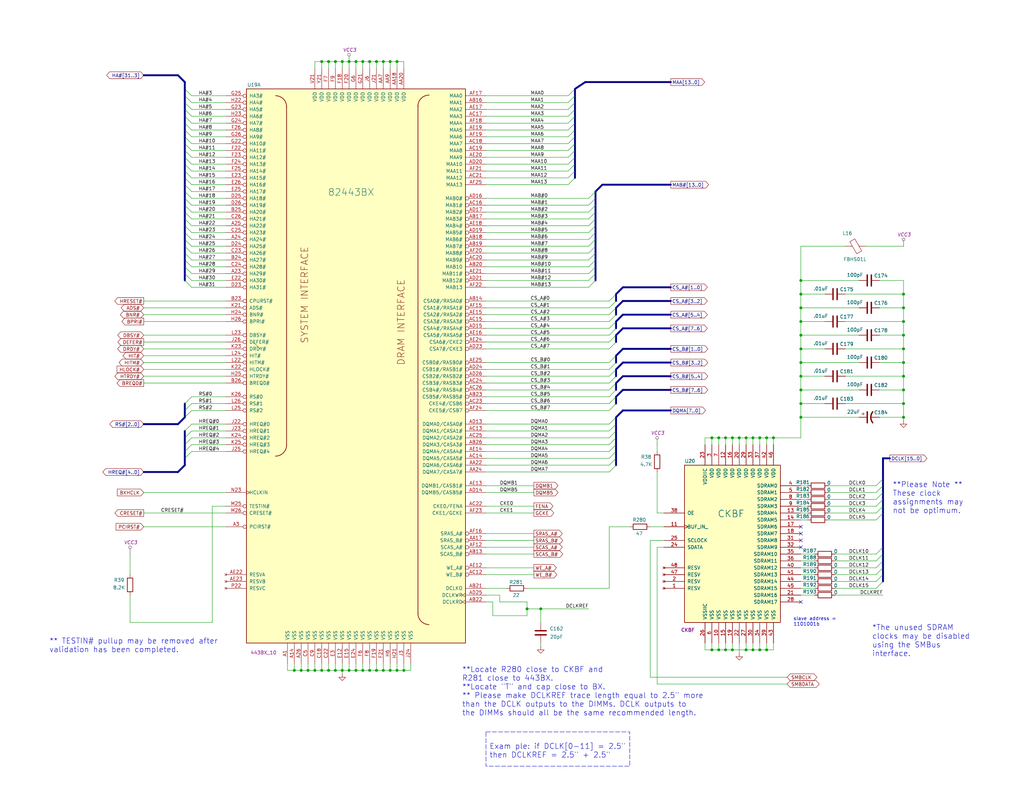
<source format=kicad_sch>
(kicad_sch (version 20241004) (generator "eeschema") (generator_version "8.99")
  (paper "User" 380 300)
  (title_block (title "82443BX SYSTEM AND DRAM INTERFACES") (date "Thursday, April 09, 1998") (rev "1.0"))
  (lib_symbols
    (symbol "CKBF_1" (pin_names (offset 1.016))
      (property "Reference" "U?" (at -15.748 33.274 0))
      (property "Value" "CKBF" (at -0.254 8.636 0))
      (symbol "CKBF_1_1_1"
        (pin power_in line (at -25.4 12.7 0) (length 7.62) (name "OE") (number "38"))
        (pin input clock (at -25.4 7.62 0) (length 7.62) (name "BUF_IN_") (number "11"))
        (pin bidirectional line (at -25.4 2.54 0) (length 7.62) (name "SCLOCK") (number "25"))
        (pin bidirectional line (at -25.4 0 0) (length 7.62) (name "SDATA") (number "24"))
        (pin no_connect line (at -25.4 -7.62 0) (length 7.62) (name "RESV") (number "48"))
        (pin no_connect line (at -25.4 -10.16 0) (length 7.62) (name "RESV") (number "47"))
        (pin no_connect line (at -25.4 -12.7 0) (length 7.62) (name "RESV") (number "2"))
        (pin no_connect line (at -25.4 -15.24 0) (length 7.62) (name "RESV") (number "1"))
        (pin power_in line (at -10.16 38.1 270) (length 7.62) (name "VDDIIC") (number "23"))
        (pin power_in line (at -10.16 -35.56 90) (length 7.62) (name "VSSIIC") (number "26"))
        (pin power_in line (at -7.62 38.1 270) (length 7.62) (name "VDD") (number "3"))
        (pin power_in line (at -7.62 -35.56 90) (length 7.62) (name "VSS") (number "6"))
        (pin power_in line (at -5.08 38.1 270) (length 7.62) (name "VDD") (number "7"))
        (pin power_in line (at -5.08 -35.56 90) (length 7.62) (name "VSS") (number "10"))
        (pin power_in line (at -2.54 38.1 270) (length 7.62) (name "VDD") (number "12"))
        (pin power_in line (at -2.54 -35.56 90) (length 7.62) (name "VSS") (number "15"))
        (pin power_in line (at 0 38.1 270) (length 7.62) (name "VDD") (number "16"))
        (pin power_in line (at 0 -35.56 90) (length 7.62) (name "VSS") (number "19"))
        (pin power_in line (at 2.54 38.1 270) (length 7.62) (name "VDD") (number "20"))
        (pin power_in line (at 2.54 -35.56 90) (length 7.62) (name "VSS") (number "22"))
        (pin power_in line (at 5.08 38.1 270) (length 7.62) (name "VDD") (number "29"))
        (pin power_in line (at 5.08 -35.56 90) (length 7.62) (name "VSS") (number "27"))
        (pin power_in line (at 7.62 38.1 270) (length 7.62) (name "VDD") (number "33"))
        (pin power_in line (at 7.62 -35.56 90) (length 7.62) (name "VSS") (number "30"))
        (pin power_in line (at 10.16 38.1 270) (length 7.62) (name "VDD") (number "37"))
        (pin power_in line (at 10.16 -35.56 90) (length 7.62) (name "VSS") (number "34"))
        (pin power_in line (at 12.7 38.1 270) (length 7.62) (name "VDD") (number "42"))
        (pin power_in line (at 12.7 -35.56 90) (length 7.62) (name "VSS") (number "39"))
        (pin power_in line (at 15.24 38.1 270) (length 7.62) (name "VDD") (number "46"))
        (pin power_in line (at 15.24 -35.56 90) (length 7.62) (name "VSS") (number "43"))
        (pin output line (at 25.4 22.86 180) (length 7.62) (name "SDRAM0") (number "4"))
        (pin output line (at 25.4 20.32 180) (length 7.62) (name "SDRAM1") (number "5"))
        (pin output line (at 25.4 17.78 180) (length 7.62) (name "SDRAM2") (number "8"))
        (pin output line (at 25.4 15.24 180) (length 7.62) (name "SDRAM3") (number "9"))
        (pin output line (at 25.4 12.7 180) (length 7.62) (name "SDRAM4") (number "13"))
        (pin output line (at 25.4 10.16 180) (length 7.62) (name "SDRAM5") (number "14"))
        (pin output line (at 25.4 7.62 180) (length 7.62) (name "SDRAM6") (number "17"))
        (pin output line (at 25.4 5.08 180) (length 7.62) (name "SDRAM7") (number "18"))
        (pin output line (at 25.4 2.54 180) (length 7.62) (name "SDRAM8") (number "31"))
        (pin output line (at 25.4 0 180) (length 7.62) (name "SDRAM9") (number "32"))
        (pin output line (at 25.4 -2.54 180) (length 7.62) (name "SDRAM10") (number "35"))
        (pin output line (at 25.4 -5.08 180) (length 7.62) (name "SDRAM11") (number "36"))
        (pin output line (at 25.4 -7.62 180) (length 7.62) (name "SDRAM12") (number "40"))
        (pin output line (at 25.4 -10.16 180) (length 7.62) (name "SDRAM13") (number "41"))
        (pin output line (at 25.4 -12.7 180) (length 7.62) (name "SDRAM14") (number "44"))
        (pin output line (at 25.4 -15.24 180) (length 7.62) (name "SDRAM15") (number "45"))
        (pin output line (at 25.4 -17.78 180) (length 7.62) (name "SDRAM16") (number "21"))
        (pin output line (at 25.4 -20.32 180) (length 7.62) (name "SDRAM17") (number "28"))
      )
    )
    (symbol "Device:C" (pin_numbers (hide yes)) (pin_names (offset 0.254))
      (property "Reference" "C" (at 0.635 2.54 0))
      (property "Value" "C" (at 0.635 -2.54 0))
      (symbol "C_1_1"
        (pin passive line (at 0 3.81 270) (length 2.794) (name "~") (number "1"))
        (pin passive line (at 0 -3.81 90) (length 2.794) (name "~") (number "2"))
      )
    )
    (symbol "Device:C_Polarized_US" (pin_numbers (hide yes)) (pin_names (offset 0.254) (hide yes))
      (property "Reference" "C" (at 0.635 2.54 0))
      (property "Value" "C_Polarized_US" (at 0.635 -2.54 0))
      (symbol "C_Polarized_US_1_1"
        (pin passive line (at 0 3.81 270) (length 2.794) (name "~") (number "1"))
        (pin passive line (at 0 -3.81 90) (length 3.302) (name "~") (number "2"))
      )
    )
    (symbol "Device:FerriteBead" (pin_numbers (hide yes)) (pin_names (offset 0))
      (property "Reference" "FB" (at -3.81 0.635 90))
      (property "Value" "FerriteBead" (at 3.81 0 90))
      (symbol "FerriteBead_1_1"
        (pin passive line (at 0 3.81 270) (length 2.54) (name "~") (number "1"))
        (pin passive line (at 0 -3.81 90) (length 2.54) (name "~") (number "2"))
      )
    )
    (symbol "Device:R" (pin_numbers (hide yes)) (pin_names (offset 0))
      (property "Reference" "R" (at 2.032 0 90))
      (property "Value" "R" (at 0 0 90))
      (symbol "R_1_1"
        (pin passive line (at 0 3.81 270) (length 1.27) (name "~") (number "1"))
        (pin passive line (at 0 -3.81 90) (length 1.27) (name "~") (number "2"))
      )
    )
    (symbol "P2-3_era:440BX_Chipset" (pin_names (offset 1.016))
      (property "Reference" "U" (at -38.862 107.188 0))
      (property "Value" "82443BX" (at -0.762 78.232 0))
      (symbol "440BX_Chipset_1_1"
        (text "SYSTEM INTERFACE" (at -19.05 27.686 900) (effects (font (size 2.54 2.54))))
        (text "DRAM INTERFACE" (at 16.764 17.526 900) (effects (font (size 2.54 2.54))))
        (pin bidirectional inverted (at -48.26 101.6 0) (length 7.62) (name "HA3#") (number "G25"))
        (pin bidirectional inverted (at -48.26 99.06 0) (length 7.62) (name "HA4#") (number "H22"))
        (pin bidirectional inverted (at -48.26 96.52 0) (length 7.62) (name "HA5#") (number "G23"))
        (pin bidirectional inverted (at -48.26 93.98 0) (length 7.62) (name "HA6#") (number "H23"))
        (pin bidirectional inverted (at -48.26 91.44 0) (length 7.62) (name "HA7#") (number "G24"))
        (pin bidirectional inverted (at -48.26 88.9 0) (length 7.62) (name "HA8#") (number "F26"))
        (pin bidirectional inverted (at -48.26 86.36 0) (length 7.62) (name "HA9#") (number "G26"))
        (pin bidirectional inverted (at -48.26 83.82 0) (length 7.62) (name "HA10#") (number "G22"))
        (pin bidirectional inverted (at -48.26 81.28 0) (length 7.62) (name "HA11#") (number "F22"))
        (pin bidirectional inverted (at -48.26 78.74 0) (length 7.62) (name "HA12#") (number "F23"))
        (pin bidirectional inverted (at -48.26 76.2 0) (length 7.62) (name "HA13#") (number "F24"))
        (pin bidirectional inverted (at -48.26 73.66 0) (length 7.62) (name "HA14#") (number "F25"))
        (pin bidirectional inverted (at -48.26 71.12 0) (length 7.62) (name "HA15#") (number "E23"))
        (pin bidirectional inverted (at -48.26 68.58 0) (length 7.62) (name "HA16#") (number "E26"))
        (pin bidirectional inverted (at -48.26 66.04 0) (length 7.62) (name "HA17#") (number "E25"))
        (pin bidirectional inverted (at -48.26 63.5 0) (length 7.62) (name "HA18#") (number "D25"))
        (pin bidirectional inverted (at -48.26 60.96 0) (length 7.62) (name "HA19#") (number "D26"))
        (pin bidirectional inverted (at -48.26 58.42 0) (length 7.62) (name "HA20#") (number "B25"))
        (pin bidirectional inverted (at -48.26 55.88 0) (length 7.62) (name "HA21#") (number "C26"))
        (pin bidirectional inverted (at -48.26 53.34 0) (length 7.62) (name "HA22#") (number "A25"))
        (pin bidirectional inverted (at -48.26 50.8 0) (length 7.62) (name "HA23#") (number "C25"))
        (pin bidirectional inverted (at -48.26 48.26 0) (length 7.62) (name "HA24#") (number "A24"))
        (pin bidirectional inverted (at -48.26 45.72 0) (length 7.62) (name "HA25#") (number "D24"))
        (pin bidirectional inverted (at -48.26 43.18 0) (length 7.62) (name "HA26#") (number "C23"))
        (pin bidirectional inverted (at -48.26 40.64 0) (length 7.62) (name "HA27#") (number "B24"))
        (pin bidirectional inverted (at -48.26 38.1 0) (length 7.62) (name "HA28#") (number "C24"))
        (pin bidirectional inverted (at -48.26 35.56 0) (length 7.62) (name "HA29#") (number "A23"))
        (pin bidirectional inverted (at -48.26 33.02 0) (length 7.62) (name "HA30#") (number "E22"))
        (pin bidirectional inverted (at -48.26 30.48 0) (length 7.62) (name "HA31#") (number "D23"))
        (pin output inverted (at -48.26 25.4 0) (length 7.62) (name "CPURST#") (number "B23"))
        (pin bidirectional inverted (at -48.26 22.86 0) (length 7.62) (name "ADS#") (number "K21"))
        (pin bidirectional inverted (at -48.26 20.32 0) (length 7.62) (name "BNR#") (number "H24"))
        (pin output inverted (at -48.26 17.78 0) (length 7.62) (name "BPRI#") (number "H26"))
        (pin bidirectional inverted (at -48.26 12.7 0) (length 7.62) (name "DBSY#") (number "L23"))
        (pin output inverted (at -48.26 10.16 0) (length 7.62) (name "DEFER#") (number "J26"))
        (pin bidirectional inverted (at -48.26 7.62 0) (length 7.62) (name "DRDY#") (number "K23"))
        (pin bidirectional inverted (at -48.26 5.08 0) (length 7.62) (name "HIT#") (number "L24"))
        (pin bidirectional inverted (at -48.26 2.54 0) (length 7.62) (name "HITM#") (number "L22"))
        (pin input inverted (at -48.26 0 0) (length 7.62) (name "HLOCK#") (number "K22"))
        (pin bidirectional inverted (at -48.26 -2.54 0) (length 7.62) (name "HTRDY#") (number "H25"))
        (pin output inverted (at -48.26 -5.08 0) (length 7.62) (name "BREQ0#") (number "B26"))
        (pin bidirectional inverted (at -48.26 -10.16 0) (length 7.62) (name "RS#0") (number "K26"))
        (pin bidirectional inverted (at -48.26 -12.7 0) (length 7.62) (name "RS#1") (number "L26"))
        (pin bidirectional inverted (at -48.26 -15.24 0) (length 7.62) (name "RS#2") (number "L25"))
        (pin bidirectional inverted (at -48.26 -20.32 0) (length 7.62) (name "HREQ#0") (number "J22"))
        (pin bidirectional inverted (at -48.26 -22.86 0) (length 7.62) (name "HREQ#1") (number "J23"))
        (pin bidirectional inverted (at -48.26 -25.4 0) (length 7.62) (name "HREQ#2") (number "K24"))
        (pin bidirectional inverted (at -48.26 -27.94 0) (length 7.62) (name "HREQ#3") (number "K25"))
        (pin bidirectional inverted (at -48.26 -30.48 0) (length 7.62) (name "HREQ#4") (number "J25"))
        (pin input clock (at -48.26 -45.72 0) (length 7.62) (name "HCLKIN") (number "N23"))
        (pin input inverted (at -48.26 -50.8 0) (length 7.62) (name "TESTIN#") (number "M25"))
        (pin output inverted (at -48.26 -53.34 0) (length 7.62) (name "CRESET#") (number "M26"))
        (pin input inverted (at -48.26 -58.42 0) (length 7.62) (name "PCIRST#") (number "A3"))
        (pin no_connect line (at -48.26 -76.2 0) (length 7.62) (name "RESVA") (number "AE22"))
        (pin no_connect line (at -48.26 -78.74 0) (length 7.62) (name "RESVB") (number "AE23"))
        (pin no_connect line (at -48.26 -81.28 0) (length 7.62) (name "RESVC") (number "P22"))
        (pin power_in line (at -25.4 -109.22 90) (length 7.62) (name "VSS") (number "A1"))
        (pin power_in line (at -22.86 -109.22 90) (length 7.62) (name "VSS") (number "A14"))
        (pin power_in line (at -20.32 -109.22 90) (length 7.62) (name "VSS") (number "A26"))
        (pin power_in line (at -17.78 -109.22 90) (length 7.62) (name "VSS") (number "C5"))
        (pin power_in line (at -15.24 111.76 270) (length 7.62) (name "VDD") (number "V21"))
        (pin power_in line (at -15.24 -109.22 90) (length 7.62) (name "VSS") (number "C9"))
        (pin power_in line (at -12.7 111.76 270) (length 7.62) (name "VDD") (number "Y21"))
        (pin power_in line (at -12.7 -109.22 90) (length 7.62) (name "VSS") (number "C18"))
        (pin power_in line (at -10.16 111.76 270) (length 7.62) (name "VDD") (number "F7"))
        (pin power_in line (at -10.16 -109.22 90) (length 7.62) (name "VSS") (number "C22"))
        (pin power_in line (at -7.62 111.76 270) (length 7.62) (name "VDD") (number "F9"))
        (pin power_in line (at -7.62 -109.22 90) (length 7.62) (name "VSS") (number "E3"))
        (pin power_in line (at -5.08 111.76 270) (length 7.62) (name "VDD") (number "F18"))
        (pin power_in line (at -5.08 -109.22 90) (length 7.62) (name "VSS") (number "E12"))
        (pin power_in line (at -2.54 111.76 270) (length 7.62) (name "VDD") (number "F20"))
        (pin power_in line (at -2.54 -109.22 90) (length 7.62) (name "VSS") (number "E15"))
        (pin power_in line (at 0 111.76 270) (length 7.62) (name "VDD") (number "G6"))
        (pin power_in line (at 0 -109.22 90) (length 7.62) (name "VSS") (number "E24"))
        (pin power_in line (at 2.54 111.76 270) (length 7.62) (name "VDD") (number "G21"))
        (pin power_in line (at 2.54 -109.22 90) (length 7.62) (name "VSS") (number "F6"))
        (pin power_in line (at 5.08 111.76 270) (length 7.62) (name "VDD") (number "J6"))
        (pin power_in line (at 5.08 -109.22 90) (length 7.62) (name "VSS") (number "F8"))
        (pin power_in line (at 7.62 111.76 270) (length 7.62) (name "VDD") (number "J21"))
        (pin power_in line (at 7.62 -109.22 90) (length 7.62) (name "VSS") (number "F19"))
        (pin power_in line (at 10.16 111.76 270) (length 7.62) (name "VDD") (number "AA7"))
        (pin power_in line (at 10.16 -109.22 90) (length 7.62) (name "VSS") (number "F21"))
        (pin power_in line (at 12.7 111.76 270) (length 7.62) (name "VDD") (number "AA9"))
        (pin power_in line (at 12.7 -109.22 90) (length 7.62) (name "VSS") (number "H6"))
        (pin power_in line (at 15.24 111.76 270) (length 7.62) (name "VDD") (number "AA18"))
        (pin power_in line (at 15.24 -109.22 90) (length 7.62) (name "VSS") (number "H21"))
        (pin power_in line (at 17.78 111.76 270) (length 7.62) (name "VDD") (number "AA20"))
        (pin power_in line (at 17.78 -109.22 90) (length 7.62) (name "VSS") (number "J3"))
        (pin power_in line (at 20.32 -109.22 90) (length 7.62) (name "VSS") (number "J24"))
        (pin output line (at 48.26 101.6 180) (length 7.62) (name "MAA0") (number "AF17"))
        (pin output line (at 48.26 99.06 180) (length 7.62) (name "MAA1") (number "AB16"))
        (pin output line (at 48.26 96.52 180) (length 7.62) (name "MAA2") (number "AE17"))
        (pin output line (at 48.26 93.98 180) (length 7.62) (name "MAA3") (number "AC17"))
        (pin output line (at 48.26 91.44 180) (length 7.62) (name "MAA4") (number "AF18"))
        (pin output line (at 48.26 88.9 180) (length 7.62) (name "MAA5") (number "AE19"))
        (pin output line (at 48.26 86.36 180) (length 7.62) (name "MAA6") (number "AF19"))
        (pin output line (at 48.26 83.82 180) (length 7.62) (name "MAA7") (number "AC18"))
        (pin output line (at 48.26 81.28 180) (length 7.62) (name "MAA8") (number "AC19"))
        (pin output line (at 48.26 78.74 180) (length 7.62) (name "MAA9") (number "AE20"))
        (pin output line (at 48.26 76.2 180) (length 7.62) (name "MAA10") (number "AD20"))
        (pin output line (at 48.26 73.66 180) (length 7.62) (name "MAA11") (number "AF21"))
        (pin output line (at 48.26 71.12 180) (length 7.62) (name "MAA12") (number "AC21"))
        (pin output line (at 48.26 68.58 180) (length 7.62) (name "MAA13") (number "AF25"))
        (pin output inverted (at 48.26 63.5 180) (length 7.62) (name "MAB0#") (number "AD16"))
        (pin output inverted (at 48.26 60.96 180) (length 7.62) (name "MAB1#") (number "AC16"))
        (pin output inverted (at 48.26 58.42 180) (length 7.62) (name "MAB2#") (number "AD17"))
        (pin output inverted (at 48.26 55.88 180) (length 7.62) (name "MAB3#") (number "AB17"))
        (pin output inverted (at 48.26 53.34 180) (length 7.62) (name "MAB4#") (number "AE18"))
        (pin output inverted (at 48.26 50.8 180) (length 7.62) (name "MAB5#") (number "AD19"))
        (pin output inverted (at 48.26 48.26 180) (length 7.62) (name "MAB6#") (number "AB18"))
        (pin output inverted (at 48.26 45.72 180) (length 7.62) (name "MAB7#") (number "AB19"))
        (pin output inverted (at 48.26 43.18 180) (length 7.62) (name "MAB8#") (number "AF20"))
        (pin output inverted (at 48.26 40.64 180) (length 7.62) (name "MAB9#") (number "AC20"))
        (pin output line (at 48.26 38.1 180) (length 7.62) (name "MAB10") (number "AB20"))
        (pin output inverted (at 48.26 35.56 180) (length 7.62) (name "MAB11#") (number "AE21"))
        (pin output inverted (at 48.26 33.02 180) (length 7.62) (name "MAB12#") (number "AD21"))
        (pin output line (at 48.26 30.48 180) (length 7.62) (name "MAB13") (number "AF22"))
        (pin output inverted (at 48.26 25.4 180) (length 7.62) (name "CSA0#/RASA0#") (number "AB14"))
        (pin output inverted (at 48.26 22.86 180) (length 7.62) (name "CSA1#/RASA1#") (number "AF15"))
        (pin output inverted (at 48.26 20.32 180) (length 7.62) (name "CSA2#/RASA2#") (number "AE15"))
        (pin output inverted (at 48.26 17.78 180) (length 7.62) (name "CSA3#/RASA3#") (number "AC15"))
        (pin output inverted (at 48.26 15.24 180) (length 7.62) (name "CSA4#/RASA4#") (number "AD15"))
        (pin output inverted (at 48.26 12.7 180) (length 7.62) (name "CSA5#/RASA5#") (number "AE16"))
        (pin output inverted (at 48.26 10.16 180) (length 7.62) (name "CSA6#/CKE2") (number "AE24"))
        (pin output inverted (at 48.26 7.62 180) (length 7.62) (name "CSA7#/CKE3") (number "AD23"))
        (pin output inverted (at 48.26 2.54 180) (length 7.62) (name "CSB0#/RASB0#") (number "AE25"))
        (pin output inverted (at 48.26 0 180) (length 7.62) (name "CSB1#/RASB1#") (number "AD24"))
        (pin output inverted (at 48.26 -2.54 180) (length 7.62) (name "CSB2#/RASB2#") (number "AD26"))
        (pin output inverted (at 48.26 -5.08 180) (length 7.62) (name "CSB3#/RASB3#") (number "AC24"))
        (pin output inverted (at 48.26 -7.62 180) (length 7.62) (name "CSB4#/RASB4#") (number "AC26"))
        (pin output inverted (at 48.26 -10.16 180) (length 7.62) (name "CSB5#/RASB5#") (number "AB23"))
        (pin output inverted (at 48.26 -12.7 180) (length 7.62) (name "CKE4#/CSB6") (number "AC23"))
        (pin output inverted (at 48.26 -15.24 180) (length 7.62) (name "CKE5#/CSB7") (number "AF24"))
        (pin output line (at 48.26 -20.32 180) (length 7.62) (name "DQMA0/CASA0#") (number "AD13"))
        (pin output line (at 48.26 -22.86 180) (length 7.62) (name "DQMA1/CASA1#") (number "AC13"))
        (pin output line (at 48.26 -25.4 180) (length 7.62) (name "DQMA2/CASA2#") (number "AC25"))
        (pin output line (at 48.26 -27.94 180) (length 7.62) (name "DQMA3/CASA3#") (number "AB26"))
        (pin output line (at 48.26 -30.48 180) (length 7.62) (name "DQMA4/CASA4#") (number "AE14"))
        (pin output line (at 48.26 -33.02 180) (length 7.62) (name "DQMA5/CASA5#") (number "AC14"))
        (pin output line (at 48.26 -35.56 180) (length 7.62) (name "DQMA6/CASA6#") (number "AA22"))
        (pin output line (at 48.26 -38.1 180) (length 7.62) (name "DQMA7/CASA7#") (number "AA24"))
        (pin output line (at 48.26 -43.18 180) (length 7.62) (name "DQMB1/CASB1#") (number "AE13"))
        (pin output line (at 48.26 -45.72 180) (length 7.62) (name "DQMB5/CASB5#") (number "AD14"))
        (pin output line (at 48.26 -50.8 180) (length 7.62) (name "CKE0/FENA") (number "AC22"))
        (pin output line (at 48.26 -53.34 180) (length 7.62) (name "CKE1/GCKE") (number "AF23"))
        (pin output inverted (at 48.26 -60.96 180) (length 7.62) (name "SRAS_A#") (number "AF16"))
        (pin output inverted (at 48.26 -63.5 180) (length 7.62) (name "SRAS_B#") (number "AA17"))
        (pin output inverted (at 48.26 -66.04 180) (length 7.62) (name "SCAS_A#") (number "AF12"))
        (pin output inverted (at 48.26 -68.58 180) (length 7.62) (name "SCAS_B#") (number "AB13"))
        (pin output inverted (at 48.26 -73.66 180) (length 7.62) (name "WE_A#") (number "AE12"))
        (pin output inverted (at 48.26 -76.2 180) (length 7.62) (name "WE_B#") (number "AC12"))
        (pin output line (at 48.26 -81.28 180) (length 7.62) (name "DCLKO") (number "AB21"))
        (pin input clock (at 48.26 -83.82 180) (length 7.62) (name "DCLKWR") (number "AD25"))
        (pin input clock (at 48.26 -86.36 180) (length 7.62) (name "DCLKRD") (number "AB22"))
      )
      (symbol "440BX_Chipset_2_1"
        (text "PCI INTERFACE" (at -23.9789 21.9728 900) (effects (font (size 2.54 2.54))))
        (text "PCI ARB & PWR MGT" (at -18.8989 -47.3692 900) (effects (font (size 2.54 2.54))))
        (text "AGP INTERFACE" (at 25.5511 14.3528 900) (effects (font (size 2.54 2.54))))
        (pin bidirectional line (at -53.34 96.52 0) (length 7.62) (name "AD0") (number "K6"))
        (pin bidirectional line (at -53.34 93.98 0) (length 7.62) (name "AD1") (number "K2"))
        (pin bidirectional line (at -53.34 91.44 0) (length 7.62) (name "AD2") (number "K4"))
        (pin bidirectional line (at -53.34 88.9 0) (length 7.62) (name "AD3") (number "K3"))
        (pin bidirectional line (at -53.34 86.36 0) (length 7.62) (name "AD4") (number "K5"))
        (pin bidirectional line (at -53.34 83.82 0) (length 7.62) (name "AD5") (number "J1"))
        (pin bidirectional line (at -53.34 81.28 0) (length 7.62) (name "AD6") (number "J2"))
        (pin bidirectional line (at -53.34 78.74 0) (length 7.62) (name "AD7") (number "H2"))
        (pin bidirectional line (at -53.34 76.2 0) (length 7.62) (name "AD8") (number "H1"))
        (pin bidirectional line (at -53.34 73.66 0) (length 7.62) (name "AD9") (number "J5"))
        (pin bidirectional line (at -53.34 71.12 0) (length 7.62) (name "AD10") (number "H3"))
        (pin bidirectional line (at -53.34 68.58 0) (length 7.62) (name "AD11") (number "H5"))
        (pin bidirectional line (at -53.34 66.04 0) (length 7.62) (name "AD12") (number "H4"))
        (pin bidirectional line (at -53.34 63.5 0) (length 7.62) (name "AD13") (number "G1"))
        (pin bidirectional line (at -53.34 60.96 0) (length 7.62) (name "AD14") (number "G2"))
        (pin bidirectional line (at -53.34 58.42 0) (length 7.62) (name "AD15") (number "G4"))
        (pin bidirectional line (at -53.34 55.88 0) (length 7.62) (name "AD16") (number "D1"))
        (pin bidirectional line (at -53.34 53.34 0) (length 7.62) (name "AD17") (number "D3"))
        (pin bidirectional line (at -53.34 50.8 0) (length 7.62) (name "AD18") (number "D2"))
        (pin bidirectional line (at -53.34 48.26 0) (length 7.62) (name "AD19") (number "C1"))
        (pin bidirectional line (at -53.34 45.72 0) (length 7.62) (name "AD20") (number "A2"))
        (pin bidirectional line (at -53.34 43.18 0) (length 7.62) (name "AD21") (number "C3"))
        (pin bidirectional line (at -53.34 40.64 0) (length 7.62) (name "AD22") (number "B3"))
        (pin bidirectional line (at -53.34 38.1 0) (length 7.62) (name "AD23") (number "D4"))
        (pin bidirectional line (at -53.34 35.56 0) (length 7.62) (name "AD24") (number "E5"))
        (pin bidirectional line (at -53.34 33.02 0) (length 7.62) (name "AD25") (number "A4"))
        (pin bidirectional line (at -53.34 30.48 0) (length 7.62) (name "AD26") (number "D5"))
        (pin bidirectional line (at -53.34 27.94 0) (length 7.62) (name "AD27") (number "B4"))
        (pin bidirectional line (at -53.34 25.4 0) (length 7.62) (name "AD28") (number "B5"))
        (pin bidirectional line (at -53.34 22.86 0) (length 7.62) (name "AD29") (number "A5"))
        (pin bidirectional line (at -53.34 20.32 0) (length 7.62) (name "AD30") (number "E6"))
        (pin bidirectional line (at -53.34 17.78 0) (length 7.62) (name "AD31") (number "C6"))
        (pin bidirectional inverted (at -53.34 12.7 0) (length 7.62) (name "C/BE0#") (number "J4"))
        (pin bidirectional inverted (at -53.34 10.16 0) (length 7.62) (name "C/BE1#") (number "G3"))
        (pin bidirectional inverted (at -53.34 7.62 0) (length 7.62) (name "C/BE2#") (number "E4"))
        (pin bidirectional inverted (at -53.34 5.08 0) (length 7.62) (name "C/BE3#") (number "C4"))
        (pin bidirectional inverted (at -53.34 0 0) (length 7.62) (name "FRAME#") (number "E2"))
        (pin bidirectional inverted (at -53.34 -2.54 0) (length 7.62) (name "DEVSEL#") (number "F3"))
        (pin bidirectional inverted (at -53.34 -5.08 0) (length 7.62) (name "IRDY#") (number "E1"))
        (pin bidirectional inverted (at -53.34 -7.62 0) (length 7.62) (name "TRDY#") (number "F5"))
        (pin bidirectional inverted (at -53.34 -10.16 0) (length 7.62) (name "STOP#") (number "F4"))
        (pin bidirectional line (at -53.34 -12.7 0) (length 7.62) (name "PAR") (number "G5"))
        (pin bidirectional inverted (at -53.34 -15.24 0) (length 7.62) (name "SERR#") (number "F1"))
        (pin bidirectional inverted (at -53.34 -17.78 0) (length 7.62) (name "PLOCK#") (number "F2"))
        (pin input inverted (at -53.34 -22.86 0) (length 7.62) (name "PHOLD#") (number "B6"))
        (pin output inverted (at -53.34 -25.4 0) (length 7.62) (name "PHLDA#") (number "D6"))
        (pin unspecified inverted (at -53.34 -27.94 0) (length 7.62) (name "WSC#") (number "AE3"))
        (pin input inverted (at -53.34 -35.56 0) (length 7.62) (name "PREQ0#") (number "A6"))
        (pin input inverted (at -53.34 -38.1 0) (length 7.62) (name "PREQ1#") (number "C7"))
        (pin input inverted (at -53.34 -40.64 0) (length 7.62) (name "PREQ2#") (number "F10"))
        (pin input inverted (at -53.34 -43.18 0) (length 7.62) (name "PREQ3#") (number "D8"))
        (pin output inverted (at -53.34 -45.72 0) (length 7.62) (name "PREQ4#") (number "D10"))
        (pin input inverted (at -53.34 -48.26 0) (length 7.62) (name "SUSTAT#") (number "AD4"))
        (pin output inverted (at -53.34 -53.34 0) (length 7.62) (name "PGNT0#") (number "E7"))
        (pin output inverted (at -53.34 -55.88 0) (length 7.62) (name "PGNT1#") (number "D7"))
        (pin output inverted (at -53.34 -58.42 0) (length 7.62) (name "PGNT2#") (number "E10"))
        (pin output inverted (at -53.34 -60.96 0) (length 7.62) (name "PGNT3#") (number "E8"))
        (pin output inverted (at -53.34 -63.5 0) (length 7.62) (name "PGNT4#") (number "E9"))
        (pin input line (at -53.34 -66.04 0) (length 7.62) (name "BX-PWROK") (number "AF3"))
        (pin unspecified inverted (at -53.34 -68.58 0) (length 7.62) (name "CLKRUN#") (number "AC4"))
        (pin input line (at -53.34 -71.12 0) (length 7.62) (name "REFVCC5") (number "C2"))
        (pin input clock (at -53.34 -73.66 0) (length 7.62) (name "PCLKIN") (number "B2"))
        (pin power_in line (at -33.02 -104.14 90) (length 7.62) (name "VSS") (number "N1"))
        (pin power_in line (at -30.48 -104.14 90) (length 7.62) (name "VSS") (number "M5"))
        (pin power_in line (at -27.94 -104.14 90) (length 7.62) (name "VSS") (number "L12"))
        (pin power_in line (at -25.4 -104.14 90) (length 7.62) (name "VSS") (number "L15"))
        (pin power_in line (at -22.86 106.68 270) (length 7.62) (name "VDD") (number "L11"))
        (pin power_in line (at -22.86 -104.14 90) (length 7.62) (name "VSS") (number "M11"))
        (pin power_in line (at -20.32 106.68 270) (length 7.62) (name "VDD") (number "L13"))
        (pin power_in line (at -20.32 -104.14 90) (length 7.62) (name "VSS") (number "M13"))
        (pin power_in line (at -17.78 106.68 270) (length 7.62) (name "VDD") (number "L14"))
        (pin power_in line (at -17.78 -104.14 90) (length 7.62) (name "VSS") (number "M14"))
        (pin power_in line (at -15.24 106.68 270) (length 7.62) (name "VDD") (number "L16"))
        (pin power_in line (at -15.24 -104.14 90) (length 7.62) (name "VSS") (number "M16"))
        (pin power_in line (at -12.7 106.68 270) (length 7.62) (name "VDD") (number "M12"))
        (pin power_in line (at -12.7 -104.14 90) (length 7.62) (name "VSS") (number "M22"))
        (pin power_in line (at -10.16 106.68 270) (length 7.62) (name "VDD") (number "M15"))
        (pin power_in line (at -10.16 -104.14 90) (length 7.62) (name "VSS") (number "N12"))
        (pin power_in line (at -7.62 106.68 270) (length 7.62) (name "VDD") (number "N11"))
        (pin power_in line (at -7.62 -104.14 90) (length 7.62) (name "VSS") (number "N13"))
        (pin power_in line (at -5.08 106.68 270) (length 7.62) (name "VDD") (number "N16"))
        (pin power_in line (at -5.08 -104.14 90) (length 7.62) (name "VSS") (number "N14"))
        (pin power_in line (at -2.54 106.68 270) (length 7.62) (name "VDD") (number "P11"))
        (pin power_in line (at -2.54 -104.14 90) (length 7.62) (name "VSS") (number "N15"))
        (pin power_in line (at 0 106.68 270) (length 7.62) (name "VDD") (number "P16"))
        (pin power_in line (at 0 -104.14 90) (length 7.62) (name "VSS") (number "P12"))
        (pin power_in line (at 2.54 106.68 270) (length 7.62) (name "VDD") (number "R12"))
        (pin power_in line (at 2.54 -104.14 90) (length 7.62) (name "VSS") (number "P13"))
        (pin power_in line (at 5.08 106.68 270) (length 7.62) (name "VDD") (number "R15"))
        (pin power_in line (at 5.08 -104.14 90) (length 7.62) (name "VSS") (number "P14"))
        (pin power_in line (at 7.62 106.68 270) (length 7.62) (name "VDD") (number "T11"))
        (pin power_in line (at 7.62 -104.14 90) (length 7.62) (name "VSS") (number "P15"))
        (pin power_in line (at 10.16 106.68 270) (length 7.62) (name "VDD") (number "T13"))
        (pin power_in line (at 10.16 -104.14 90) (length 7.62) (name "VSS") (number "P26"))
        (pin power_in line (at 12.7 106.68 270) (length 7.62) (name "VDD") (number "T14"))
        (pin power_in line (at 12.7 -104.14 90) (length 7.62) (name "VSS") (number "T12"))
        (pin power_in line (at 15.24 106.68 270) (length 7.62) (name "VDD") (number "T16"))
        (pin power_in line (at 15.24 -104.14 90) (length 7.62) (name "VSS") (number "T15"))
        (pin power_in line (at 17.78 106.68 270) (length 7.62) (name "VDD") (number "N26"))
        (pin power_in line (at 17.78 -104.14 90) (length 7.62) (name "VSS") (number "R5"))
        (pin power_in line (at 20.32 -104.14 90) (length 7.62) (name "VSS") (number "R11"))
        (pin power_in line (at 22.86 106.68 270) (length 7.62) (name "VDD") (number "P1"))
        (pin power_in line (at 22.86 -104.14 90) (length 7.62) (name "VSS") (number "R13"))
        (pin power_in line (at 25.4 106.68 270) (length 7.62) (name "VDD") (number "AE1"))
        (pin power_in line (at 25.4 -104.14 90) (length 7.62) (name "VSS") (number "R14"))
        (pin power_in line (at 27.94 106.68 270) (length 7.62) (name "VDD") (number "V6"))
        (pin power_in line (at 27.94 -104.14 90) (length 7.62) (name "VSS") (number "R16"))
        (pin power_in line (at 30.48 106.68 270) (length 7.62) (name "VDD") (number "Y6"))
        (pin power_in line (at 30.48 -104.14 90) (length 7.62) (name "VSS") (number "R22"))
        (pin power_in line (at 33.02 -104.14 90) (length 7.62) (name "VSS") (number "V3"))
        (pin power_in line (at 35.56 -104.14 90) (length 7.62) (name "VSS") (number "V24"))
        (pin power_in line (at 38.1 -104.14 90) (length 7.62) (name "VSS") (number "W6"))
        (pin power_in line (at 40.64 -104.14 90) (length 7.62) (name "VSS") (number "W21"))
        (pin bidirectional line (at 55.88 96.52 180) (length 7.62) (name "GAD0") (number "AB5"))
        (pin bidirectional line (at 55.88 93.98 180) (length 7.62) (name "GAD1") (number "AE2"))
        (pin bidirectional line (at 55.88 91.44 180) (length 7.62) (name "GAD2") (number "AD3"))
        (pin bidirectional line (at 55.88 88.9 180) (length 7.62) (name "GAD3") (number "AD2"))
        (pin bidirectional line (at 55.88 86.36 180) (length 7.62) (name "GAD4") (number "AD1"))
        (pin bidirectional line (at 55.88 83.82 180) (length 7.62) (name "GAD5") (number "AC3"))
        (pin bidirectional line (at 55.88 81.28 180) (length 7.62) (name "GAD6") (number "AC1"))
        (pin bidirectional line (at 55.88 78.74 180) (length 7.62) (name "GAD7") (number "AB4"))
        (pin bidirectional line (at 55.88 76.2 180) (length 7.62) (name "GAD8") (number "AB1"))
        (pin bidirectional line (at 55.88 73.66 180) (length 7.62) (name "GAD9") (number "AA5"))
        (pin bidirectional line (at 55.88 71.12 180) (length 7.62) (name "GAD10") (number "AA3"))
        (pin bidirectional line (at 55.88 68.58 180) (length 7.62) (name "GAD11") (number "AA4"))
        (pin bidirectional line (at 55.88 66.04 180) (length 7.62) (name "GAD12") (number "AA2"))
        (pin bidirectional line (at 55.88 63.5 180) (length 7.62) (name "GAD13") (number "AA1"))
        (pin bidirectional line (at 55.88 60.96 180) (length 7.62) (name "GAD14") (number "Y5"))
        (pin bidirectional line (at 55.88 58.42 180) (length 7.62) (name "GAD15") (number "Y3"))
        (pin bidirectional line (at 55.88 55.88 180) (length 7.62) (name "GAD16") (number "W1"))
        (pin bidirectional line (at 55.88 53.34 180) (length 7.62) (name "GAD17") (number "V2"))
        (pin bidirectional line (at 55.88 50.8 180) (length 7.62) (name "GAD18") (number "W2"))
        (pin bidirectional line (at 55.88 48.26 180) (length 7.62) (name "GAD19") (number "U5"))
        (pin bidirectional line (at 55.88 45.72 180) (length 7.62) (name "GAD20") (number "V1"))
        (pin bidirectional line (at 55.88 43.18 180) (length 7.62) (name "GAD21") (number "U4"))
        (pin bidirectional line (at 55.88 40.64 180) (length 7.62) (name "GAD22") (number "U3"))
        (pin bidirectional line (at 55.88 38.1 180) (length 7.62) (name "GAD23") (number "U1"))
        (pin bidirectional line (at 55.88 35.56 180) (length 7.62) (name "GAD24") (number "T3"))
        (pin bidirectional line (at 55.88 33.02 180) (length 7.62) (name "GAD25") (number "T4"))
        (pin bidirectional line (at 55.88 30.48 180) (length 7.62) (name "GAD26") (number "T2"))
        (pin bidirectional line (at 55.88 27.94 180) (length 7.62) (name "GAD27") (number "T1"))
        (pin bidirectional line (at 55.88 25.4 180) (length 7.62) (name "GAD28") (number "U6"))
        (pin bidirectional line (at 55.88 22.86 180) (length 7.62) (name "GAD29") (number "R3"))
        (pin bidirectional line (at 55.88 20.32 180) (length 7.62) (name "GAD30") (number "R4"))
        (pin bidirectional line (at 55.88 17.78 180) (length 7.62) (name "GAD31") (number "R2"))
        (pin bidirectional inverted (at 55.88 12.7 180) (length 7.62) (name "GC/BE0#") (number "AB2"))
        (pin bidirectional inverted (at 55.88 10.16 180) (length 7.62) (name "GC/BE1#") (number "Y4"))
        (pin bidirectional inverted (at 55.88 7.62 180) (length 7.62) (name "GC/BE2#") (number "V4"))
        (pin bidirectional inverted (at 55.88 5.08 180) (length 7.62) (name "GC/BE3#") (number "U2"))
        (pin bidirectional inverted (at 55.88 0 180) (length 7.62) (name "GFRAME#") (number "W3"))
        (pin bidirectional inverted (at 55.88 -2.54 180) (length 7.62) (name "GDEVSEL#") (number "W5"))
        (pin bidirectional inverted (at 55.88 -5.08 180) (length 7.62) (name "GIRDY#") (number "V5"))
        (pin bidirectional inverted (at 55.88 -7.62 180) (length 7.62) (name "GTRDY#") (number "W4"))
        (pin bidirectional inverted (at 55.88 -10.16 180) (length 7.62) (name "GSTOP#") (number "Y1"))
        (pin bidirectional line (at 55.88 -12.7 180) (length 7.62) (name "GPAR") (number "Y2"))
        (pin input inverted (at 55.88 -17.78 180) (length 7.62) (name "GREQ#") (number "L5"))
        (pin input inverted (at 55.88 -20.32 180) (length 7.62) (name "GGNT#") (number "L3"))
        (pin output line (at 55.88 -25.4 180) (length 7.62) (name "GCLKO") (number "P5"))
        (pin input clock (at 55.88 -27.94 180) (length 7.62) (name "GCLKIN") (number "N5"))
        (pin input inverted (at 55.88 -35.56 180) (length 7.62) (name "PIPE#") (number "M3"))
        (pin input line (at 55.88 -38.1 180) (length 7.62) (name "SBA0") (number "K1"))
        (pin input line (at 55.88 -40.64 180) (length 7.62) (name "SBA1") (number "M2"))
        (pin input line (at 55.88 -43.18 180) (length 7.62) (name "SBA2") (number "M1"))
        (pin input line (at 55.88 -45.72 180) (length 7.62) (name "SBA3") (number "N2"))
        (pin input line (at 55.88 -48.26 180) (length 7.62) (name "SBA4") (number "P2"))
        (pin input line (at 55.88 -50.8 180) (length 7.62) (name "SBA5") (number "P4"))
        (pin input line (at 55.88 -53.34 180) (length 7.62) (name "SBA6") (number "P3"))
        (pin input line (at 55.88 -55.88 180) (length 7.62) (name "SBA7") (number "R1"))
        (pin input inverted (at 55.88 -60.325 180) (length 7.62) (name "RBF#") (number "M4"))
        (pin output line (at 55.88 -66.04 180) (length 7.62) (name "ST0") (number "L4"))
        (pin output line (at 55.88 -68.58 180) (length 7.62) (name "ST1") (number "L2"))
        (pin output line (at 55.88 -71.12 180) (length 7.62) (name "ST2") (number "L1"))
        (pin bidirectional line (at 55.88 -76.2 180) (length 7.62) (name "ADSTB_B") (number "T5"))
        (pin bidirectional line (at 55.88 -78.74 180) (length 7.62) (name "ADSTB_A") (number "AC2"))
        (pin input line (at 55.88 -81.28 180) (length 7.62) (name "SBSTB") (number "N3"))
        (pin input line (at 55.88 -86.36 180) (length 7.62) (name "AGPREF") (number "N4"))
      )
      (symbol "440BX_Chipset_3_1"
        (text "MEMORY DATA BUS" (at -19.05 4.826 900) (effects (font (size 2.54 2.54))))
        (text "HOST DATA BUS" (at 22.86 5.842 900) (effects (font (size 2.54 2.54))))
        (pin bidirectional line (at -45.72 93.98 0) (length 7.62) (name "MD0") (number "AF4"))
        (pin bidirectional line (at -45.72 91.44 0) (length 7.62) (name "MD1") (number "AE4"))
        (pin bidirectional line (at -45.72 88.9 0) (length 7.62) (name "MD2") (number "AF5"))
        (pin bidirectional line (at -45.72 86.36 0) (length 7.62) (name "MD3") (number "AD6"))
        (pin bidirectional line (at -45.72 83.82 0) (length 7.62) (name "MD4") (number "AE6"))
        (pin bidirectional line (at -45.72 81.28 0) (length 7.62) (name "MD5") (number "AB7"))
        (pin bidirectional line (at -45.72 78.74 0) (length 7.62) (name "MD6") (number "AC7"))
        (pin bidirectional line (at -45.72 76.2 0) (length 7.62) (name "MD7") (number "AF7"))
        (pin bidirectional line (at -45.72 73.66 0) (length 7.62) (name "MD8") (number "AB8"))
        (pin bidirectional line (at -45.72 71.12 0) (length 7.62) (name "MD9") (number "AB9"))
        (pin bidirectional line (at -45.72 68.58 0) (length 7.62) (name "MD10") (number "AC9"))
        (pin bidirectional line (at -45.72 66.04 0) (length 7.62) (name "MD11") (number "AE9"))
        (pin bidirectional line (at -45.72 63.5 0) (length 7.62) (name "MD12") (number "AB10"))
        (pin bidirectional line (at -45.72 60.96 0) (length 7.62) (name "MD13") (number "AC10"))
        (pin bidirectional line (at -45.72 58.42 0) (length 7.62) (name "MD14") (number "AF10"))
        (pin bidirectional line (at -45.72 55.88 0) (length 7.62) (name "MD15") (number "AD11"))
        (pin bidirectional line (at -45.72 53.34 0) (length 7.62) (name "MD16") (number "Y24"))
        (pin bidirectional line (at -45.72 50.8 0) (length 7.62) (name "MD17") (number "Y25"))
        (pin bidirectional line (at -45.72 48.26 0) (length 7.62) (name "MD18") (number "W23"))
        (pin bidirectional line (at -45.72 45.72 0) (length 7.62) (name "MD19") (number "W24"))
        (pin bidirectional line (at -45.72 43.18 0) (length 7.62) (name "MD20") (number "W26"))
        (pin bidirectional line (at -45.72 40.64 0) (length 7.62) (name "MD21") (number "W25"))
        (pin bidirectional line (at -45.72 38.1 0) (length 7.62) (name "MD22") (number "V26"))
        (pin bidirectional line (at -45.72 35.56 0) (length 7.62) (name "MD23") (number "U24"))
        (pin bidirectional line (at -45.72 33.02 0) (length 7.62) (name "MD24") (number "U23"))
        (pin bidirectional line (at -45.72 30.48 0) (length 7.62) (name "MD25") (number "T22"))
        (pin bidirectional line (at -45.72 27.94 0) (length 7.62) (name "MD26") (number "T23"))
        (pin bidirectional line (at -45.72 25.4 0) (length 7.62) (name "MD27") (number "T26"))
        (pin bidirectional line (at -45.72 22.86 0) (length 7.62) (name "MD28") (number "R24"))
        (pin bidirectional line (at -45.72 20.32 0) (length 7.62) (name "MD29") (number "R25"))
        (pin bidirectional line (at -45.72 17.78 0) (length 7.62) (name "MD30") (number "P23"))
        (pin bidirectional line (at -45.72 15.24 0) (length 7.62) (name "MD31") (number "N25"))
        (pin bidirectional line (at -45.72 12.7 0) (length 7.62) (name "MD32") (number "AC5"))
        (pin bidirectional line (at -45.72 10.16 0) (length 7.62) (name "MD33") (number "AE5"))
        (pin bidirectional line (at -45.72 7.62 0) (length 7.62) (name "MD34") (number "AB6"))
        (pin bidirectional line (at -45.72 5.08 0) (length 7.62) (name "MD35") (number "AC6"))
        (pin bidirectional line (at -45.72 2.54 0) (length 7.62) (name "MD36") (number "AF6"))
        (pin bidirectional line (at -45.72 0 0) (length 7.62) (name "MD37") (number "AD7"))
        (pin bidirectional line (at -45.72 -2.54 0) (length 7.62) (name "MD38") (number "AE7"))
        (pin bidirectional line (at -45.72 -5.08 0) (length 7.62) (name "MD39") (number "AC8"))
        (pin bidirectional line (at -45.72 -7.62 0) (length 7.62) (name "MD40") (number "AD8"))
        (pin bidirectional line (at -45.72 -10.16 0) (length 7.62) (name "MD41") (number "AF8"))
        (pin bidirectional line (at -45.72 -12.7 0) (length 7.62) (name "MD42") (number "AE8"))
        (pin bidirectional line (at -45.72 -15.24 0) (length 7.62) (name "MD43") (number "AF9"))
        (pin bidirectional line (at -45.72 -17.78 0) (length 7.62) (name "MD44") (number "AD10"))
        (pin bidirectional line (at -45.72 -20.32 0) (length 7.62) (name "MD45") (number "AE10"))
        (pin bidirectional line (at -45.72 -22.86 0) (length 7.62) (name "MD46") (number "AB11"))
        (pin bidirectional line (at -45.72 -25.4 0) (length 7.62) (name "MD47") (number "AC11"))
        (pin bidirectional line (at -45.72 -27.94 0) (length 7.62) (name "MD48") (number "Y23"))
        (pin bidirectional line (at -45.72 -30.48 0) (length 7.62) (name "MD49") (number "Y26"))
        (pin bidirectional line (at -45.72 -33.02 0) (length 7.62) (name "MD50") (number "W22"))
        (pin bidirectional line (at -45.72 -35.56 0) (length 7.62) (name "MD51") (number "V22"))
        (pin bidirectional line (at -45.72 -38.1 0) (length 7.62) (name "MD52") (number "V23"))
        (pin bidirectional line (at -45.72 -40.64 0) (length 7.62) (name "MD53") (number "V25"))
        (pin bidirectional line (at -45.72 -43.18 0) (length 7.62) (name "MD54") (number "U22"))
        (pin bidirectional line (at -45.72 -45.72 0) (length 7.62) (name "MD55") (number "U25"))
        (pin bidirectional line (at -45.72 -48.26 0) (length 7.62) (name "MD56") (number "U26"))
        (pin bidirectional line (at -45.72 -50.8 0) (length 7.62) (name "MD57") (number "T24"))
        (pin bidirectional line (at -45.72 -53.34 0) (length 7.62) (name "MD58") (number "T25"))
        (pin bidirectional line (at -45.72 -55.88 0) (length 7.62) (name "MD59") (number "U21"))
        (pin bidirectional line (at -45.72 -58.42 0) (length 7.62) (name "MD60") (number "R23"))
        (pin bidirectional line (at -45.72 -60.96 0) (length 7.62) (name "MD61") (number "R26"))
        (pin bidirectional line (at -45.72 -63.5 0) (length 7.62) (name "MD62") (number "P24"))
        (pin bidirectional line (at -45.72 -66.04 0) (length 7.62) (name "MD63") (number "P25"))
        (pin bidirectional line (at -45.72 -71.12 0) (length 7.62) (name "MECC0") (number "AE11"))
        (pin bidirectional line (at -45.72 -73.66 0) (length 7.62) (name "MECC1") (number "AA10"))
        (pin bidirectional line (at -45.72 -76.2 0) (length 7.62) (name "MECC2") (number "AA23"))
        (pin bidirectional line (at -45.72 -78.74 0) (length 7.62) (name "MECC3") (number "AA26"))
        (pin bidirectional line (at -45.72 -81.28 0) (length 7.62) (name "MECC4") (number "AF11"))
        (pin bidirectional line (at -45.72 -83.82 0) (length 7.62) (name "MECC5") (number "AD12"))
        (pin bidirectional line (at -45.72 -86.36 0) (length 7.62) (name "MECC6") (number "AA25"))
        (pin bidirectional line (at -45.72 -88.9 0) (length 7.62) (name "MECC7") (number "Y22"))
        (pin power_in line (at -22.86 -101.6 90) (length 7.62) (name "VSS") (number "AB25"))
        (pin power_in line (at -20.32 -101.6 90) (length 7.62) (name "VSS") (number "N24"))
        (pin power_in line (at -17.78 -101.6 90) (length 7.62) (name "VSS") (number "AA6"))
        (pin power_in line (at -15.24 -101.6 90) (length 7.62) (name "VSS") (number "AA8"))
        (pin power_in line (at -12.7 -101.6 90) (length 7.62) (name "VSS") (number "AA19"))
        (pin power_in line (at -10.16 -101.6 90) (length 7.62) (name "VSS") (number "AA21"))
        (pin power_in line (at -7.62 -101.6 90) (length 7.62) (name "VSS") (number "AB3"))
        (pin power_in line (at -5.08 104.14 270) (length 7.62) (name "VDD") (number "B1"))
        (pin power_in line (at -5.08 -101.6 90) (length 7.62) (name "VSS") (number "AB12"))
        (pin power_in line (at -2.54 104.14 270) (length 7.62) (name "VDD") (number "N22"))
        (pin power_in line (at -2.54 -101.6 90) (length 7.62) (name "VSS") (number "AB15"))
        (pin power_in line (at 0 104.14 270) (length 7.62) (name "VDD") (number "AF14"))
        (pin power_in line (at 0 -101.6 90) (length 7.62) (name "VSS") (number "AB24"))
        (pin power_in line (at 2.54 104.14 270) (length 7.62) (name "VDD") (number "AF2"))
        (pin power_in line (at 2.54 -101.6 90) (length 7.62) (name "VSS") (number "AD5"))
        (pin power_in line (at 5.08 104.14 270) (length 7.62) (name "VDD") (number "AE26"))
        (pin power_in line (at 5.08 -101.6 90) (length 7.62) (name "VSS") (number "AD9"))
        (pin power_in line (at 7.62 -101.6 90) (length 7.62) (name "VSS") (number "AD18"))
        (pin power_in line (at 10.16 -101.6 90) (length 7.62) (name "VSS") (number "AD22"))
        (pin power_in line (at 12.7 -101.6 90) (length 7.62) (name "VSS") (number "AF1"))
        (pin power_in line (at 15.24 -101.6 90) (length 7.62) (name "VSS") (number "AF13"))
        (pin power_in line (at 17.78 -101.6 90) (length 7.62) (name "VSS") (number "AF26"))
        (pin bidirectional inverted (at 48.26 93.98 180) (length 7.62) (name "HD63#") (number "B9"))
        (pin bidirectional inverted (at 48.26 91.44 180) (length 7.62) (name "HD62#") (number "A8"))
        (pin bidirectional inverted (at 48.26 88.9 180) (length 7.62) (name "HD61#") (number "B8"))
        (pin bidirectional inverted (at 48.26 86.36 180) (length 7.62) (name "HD60#") (number "C10"))
        (pin bidirectional inverted (at 48.26 83.82 180) (length 7.62) (name "HD59#") (number "C11"))
        (pin bidirectional inverted (at 48.26 81.28 180) (length 7.62) (name "HD58#") (number "D9"))
        (pin bidirectional inverted (at 48.26 78.74 180) (length 7.62) (name "HD57#") (number "E11"))
        (pin bidirectional inverted (at 48.26 76.2 180) (length 7.62) (name "HD56#") (number "A7"))
        (pin bidirectional inverted (at 48.26 73.66 180) (length 7.62) (name "HD55#") (number "A9"))
        (pin bidirectional inverted (at 48.26 71.12 180) (length 7.62) (name "HD54#") (number "A10"))
        (pin bidirectional inverted (at 48.26 68.58 180) (length 7.62) (name "HD53#") (number "B10"))
        (pin bidirectional inverted (at 48.26 66.04 180) (length 7.62) (name "HD52#") (number "C8"))
        (pin bidirectional inverted (at 48.26 63.5 180) (length 7.62) (name "HD51#") (number "C12"))
        (pin bidirectional inverted (at 48.26 60.96 180) (length 7.62) (name "HD50#") (number "B7"))
        (pin bidirectional inverted (at 48.26 58.42 180) (length 7.62) (name "HD49#") (number "A11"))
        (pin bidirectional inverted (at 48.26 55.88 180) (length 7.62) (name "HD48#") (number "B11"))
        (pin bidirectional inverted (at 48.26 53.34 180) (length 7.62) (name "HD47#") (number "A12"))
        (pin bidirectional inverted (at 48.26 50.8 180) (length 7.62) (name "HD46#") (number "D11"))
        (pin bidirectional inverted (at 48.26 48.26 180) (length 7.62) (name "HD45#") (number "E13"))
        (pin bidirectional inverted (at 48.26 45.72 180) (length 7.62) (name "HD44#") (number "C13"))
        (pin bidirectional inverted (at 48.26 43.18 180) (length 7.62) (name "HD43#") (number "B14"))
        (pin bidirectional inverted (at 48.26 40.64 180) (length 7.62) (name "HD42#") (number "B12"))
        (pin bidirectional inverted (at 48.26 38.1 180) (length 7.62) (name "HD41#") (number "D12"))
        (pin bidirectional inverted (at 48.26 35.56 180) (length 7.62) (name "HD40#") (number "A13"))
        (pin bidirectional inverted (at 48.26 33.02 180) (length 7.62) (name "HD39#") (number "D13"))
        (pin bidirectional inverted (at 48.26 30.48 180) (length 7.62) (name "HD38#") (number "E14"))
        (pin bidirectional inverted (at 48.26 27.94 180) (length 7.62) (name "HD37#") (number "C14"))
        (pin bidirectional inverted (at 48.26 25.4 180) (length 7.62) (name "HD36#") (number "B13"))
        (pin bidirectional inverted (at 48.26 22.86 180) (length 7.62) (name "HD35#") (number "D15"))
        (pin bidirectional inverted (at 48.26 20.32 180) (length 7.62) (name "HD34#") (number "D14"))
        (pin bidirectional inverted (at 48.26 17.78 180) (length 7.62) (name "HD33#") (number "A15"))
        (pin bidirectional inverted (at 48.26 15.24 180) (length 7.62) (name "HD32#") (number "B15"))
        (pin bidirectional inverted (at 48.26 12.7 180) (length 7.62) (name "HD31#") (number "A16"))
        (pin bidirectional inverted (at 48.26 10.16 180) (length 7.62) (name "HD30#") (number "D16"))
        (pin bidirectional inverted (at 48.26 7.62 180) (length 7.62) (name "HD29#") (number "B16"))
        (pin bidirectional inverted (at 48.26 5.08 180) (length 7.62) (name "HD28#") (number "C15"))
        (pin bidirectional inverted (at 48.26 2.54 180) (length 7.62) (name "HD27#") (number "A17"))
        (pin bidirectional inverted (at 48.26 0 180) (length 7.62) (name "HD26#") (number "C16"))
        (pin bidirectional inverted (at 48.26 -2.54 180) (length 7.62) (name "HD25#") (number "B17"))
        (pin bidirectional inverted (at 48.26 -5.08 180) (length 7.62) (name "HD24#") (number "D17"))
        (pin bidirectional inverted (at 48.26 -7.62 180) (length 7.62) (name "HD23#") (number "E17"))
        (pin bidirectional inverted (at 48.26 -10.16 180) (length 7.62) (name "HD22#") (number "C17"))
        (pin bidirectional inverted (at 48.26 -12.7 180) (length 7.62) (name "HD21#") (number "B18"))
        (pin bidirectional inverted (at 48.26 -15.24 180) (length 7.62) (name "HD20#") (number "A19"))
        (pin bidirectional inverted (at 48.26 -17.78 180) (length 7.62) (name "HD19#") (number "A18"))
        (pin bidirectional inverted (at 48.26 -20.32 180) (length 7.62) (name "HD18#") (number "B19"))
        (pin bidirectional inverted (at 48.26 -22.86 180) (length 7.62) (name "HD17#") (number "C19"))
        (pin bidirectional inverted (at 48.26 -25.4 180) (length 7.62) (name "HD16#") (number "D18"))
        (pin bidirectional inverted (at 48.26 -27.94 180) (length 7.62) (name "HD15#") (number "D19"))
        (pin bidirectional inverted (at 48.26 -30.48 180) (length 7.62) (name "HD14#") (number "D20"))
        (pin bidirectional inverted (at 48.26 -33.02 180) (length 7.62) (name "HD13#") (number "E18"))
        (pin bidirectional inverted (at 48.26 -35.56 180) (length 7.62) (name "HD12#") (number "B20"))
        (pin bidirectional inverted (at 48.26 -38.1 180) (length 7.62) (name "HD11#") (number "E19"))
        (pin bidirectional inverted (at 48.26 -40.64 180) (length 7.62) (name "HD10#") (number "A20"))
        (pin bidirectional inverted (at 48.26 -43.18 180) (length 7.62) (name "HD9#") (number "E20"))
        (pin bidirectional inverted (at 48.26 -45.72 180) (length 7.62) (name "HD8#") (number "B21"))
        (pin bidirectional inverted (at 48.26 -48.26 180) (length 7.62) (name "HD7#") (number "C20"))
        (pin bidirectional inverted (at 48.26 -50.8 180) (length 7.62) (name "HD6#") (number "A21"))
        (pin bidirectional inverted (at 48.26 -53.34 180) (length 7.62) (name "HD5#") (number "C21"))
        (pin bidirectional inverted (at 48.26 -55.88 180) (length 7.62) (name "HD4#") (number "D21"))
        (pin bidirectional inverted (at 48.26 -58.42 180) (length 7.62) (name "HD3#") (number "A22"))
        (pin bidirectional inverted (at 48.26 -60.96 180) (length 7.62) (name "HD2#") (number "E21"))
        (pin bidirectional inverted (at 48.26 -63.5 180) (length 7.62) (name "HD1#") (number "D22"))
        (pin bidirectional inverted (at 48.26 -66.04 180) (length 7.62) (name "HD0#") (number "B22"))
        (pin unspecified line (at 48.26 -78.74 180) (length 7.62) (name "GTLREFA") (number "M23"))
        (pin unspecified line (at 48.26 -81.28 180) (length 7.62) (name "GTLREFB") (number "E16"))
        (pin power_in line (at 48.26 -83.82 180) (length 7.62) (name "VTTB") (number "F17"))
        (pin power_in line (at 48.26 -86.36 180) (length 7.62) (name "VTTA") (number "M24"))
      )
    )
    (symbol "power:GND" (power) (pin_numbers (hide yes)) (pin_names (offset 0) (hide yes))
      (property "Value" "GND" (at 0 -3.81 0))
      (symbol "GND_1_1"
        (pin power_in line (at 0 0 270) (length 0) (name "~") (number "1"))
      )
    )
  )
  (rectangle (start 180.34 271.78) (end 233.68 284.48) (stroke (width 0) (type dash)))
  (text "**Locate R280 close to CKBF and\nR281 close to 443BX.\n**Locate \"T\" and cap close to BX.\n** Please make DCLKREF trace length equal to 2.5\" more\nthan the DCLK outputs to the DIMMs. DCLK outputs to\nthe DIMMs should all be the same recommended length." (at 171.45 256.794 0) (effects (font (size 2 2)) (justify left)))
  (text "*The unused SDRAM\nclocks may be disabled\nusing the SMBus\ninterface." (at 323.596 237.998 0) (effects (font (size 2 2)) (justify left)))
  (text "slave address =\n1101001b" (at 294.386 230.886 0) (effects (font (size 1.27 1.27)) (justify left)))
  (text "**Please Note **\nThese clock\nassignments may\nnot be optimum." (at 331.216 184.912 0) (effects (font (size 2 2)) (justify left)))
  (text "Exam ple: if DCLK[0-11] = 2.5\"\nthen DCLKREF = 2.5\" + 2.5\"" (at 181.61 278.892 0) (effects (font (size 2 2)) (justify left)))
  (text "** TESTIN# pullup may be removed after\nvalidation has been completed." (at 18.288 239.776 0) (effects (font (size 2 2)) (justify left)))
  (junction (at 266.7 241.3))
  (junction (at 279.4 162.56))
  (junction (at 335.28 149.86))
  (junction (at 124.46 22.86))
  (junction (at 297.18 144.78))
  (junction (at 335.28 154.94))
  (junction (at 279.4 241.3))
  (junction (at 271.78 241.3))
  (junction (at 276.86 162.56))
  (junction (at 134.62 22.86))
  (junction (at 284.48 162.56))
  (junction (at 297.18 149.86))
  (junction (at 269.24 241.3))
  (junction (at 134.62 248.92))
  (junction (at 116.84 248.92))
  (junction (at 147.32 22.86))
  (junction (at 129.54 248.92))
  (junction (at 144.78 22.86))
  (junction (at 132.08 248.92))
  (junction (at 147.32 248.92))
  (junction (at 281.94 162.56))
  (junction (at 335.28 114.3))
  (junction (at 271.78 162.56))
  (junction (at 142.24 248.92))
  (junction (at 114.3 248.92))
  (junction (at 139.7 248.92))
  (junction (at 269.24 162.56))
  (junction (at 335.28 129.54))
  (junction (at 266.7 162.56))
  (junction (at 297.18 109.22))
  (junction (at 119.38 248.92))
  (junction (at 121.92 248.92))
  (junction (at 124.46 248.92))
  (junction (at 335.28 134.62))
  (junction (at 287.02 162.56))
  (junction (at 264.16 162.56))
  (junction (at 127 22.86))
  (junction (at 119.38 22.86))
  (junction (at 195.58 226.06))
  (junction (at 297.18 154.94))
  (junction (at 129.54 22.86))
  (junction (at 276.86 241.3))
  (junction (at 297.18 114.3))
  (junction (at 297.18 129.54))
  (junction (at 297.18 139.7))
  (junction (at 121.92 22.86))
  (junction (at 137.16 22.86))
  (junction (at 281.94 241.3))
  (junction (at 297.18 104.14))
  (junction (at 284.48 241.3))
  (junction (at 297.18 134.62))
  (junction (at 132.08 22.86))
  (junction (at 297.18 119.38))
  (junction (at 335.28 124.46))
  (junction (at 144.78 248.92))
  (junction (at 149.86 248.92))
  (junction (at 127 248.92))
  (junction (at 335.28 144.78))
  (junction (at 137.16 248.92))
  (junction (at 139.7 22.86))
  (junction (at 264.16 241.3))
  (junction (at 274.32 162.56))
  (junction (at 335.28 119.38))
  (junction (at 200.66 226.06))
  (junction (at 111.76 248.92))
  (junction (at 142.24 22.86))
  (junction (at 297.18 124.46))
  (junction (at 335.28 109.22))
  (junction (at 335.28 139.7))
  (junction (at 109.22 248.92))
  (no_connect (at 297.18 198.12))
  (no_connect (at 297.18 223.52))
  (no_connect (at 297.18 200.66))
  (no_connect (at 297.18 195.58))
  (no_connect (at 297.18 203.2))
  (bus_entry (at 220.98 91.44) (size -2.54 2.54))
  (bus_entry (at 228.6 142.24) (size -2.54 2.54))
  (bus_entry (at 68.58 91.44) (size 2.54 2.54))
  (bus_entry (at 68.58 40.64) (size 2.54 2.54))
  (bus_entry (at 228.6 134.62) (size -2.54 2.54))
  (bus_entry (at 228.6 109.22) (size -2.54 2.54))
  (bus_entry (at 213.36 58.42) (size -2.54 2.54))
  (bus_entry (at 68.58 50.8) (size 2.54 2.54))
  (bus_entry (at 325.12 180.34) (size 2.54 -2.54))
  (bus_entry (at 220.98 99.06) (size -2.54 2.54))
  (bus_entry (at 228.6 165.1) (size -2.54 2.54))
  (bus_entry (at 325.12 193.04) (size 2.54 -2.54))
  (bus_entry (at 228.6 147.32) (size -2.54 2.54))
  (bus_entry (at 68.58 33.02) (size 2.54 2.54))
  (bus_entry (at 68.58 81.28) (size 2.54 2.54))
  (bus_entry (at 220.98 101.6) (size -2.54 2.54))
  (bus_entry (at 68.58 76.2) (size 2.54 2.54))
  (bus_entry (at 93.98 127) (size 2.54 2.54))
  (bus_entry (at 220.98 88.9) (size -2.54 2.54))
  (bus_entry (at 325.12 182.88) (size 2.54 -2.54))
  (bus_entry (at 220.98 83.82) (size -2.54 2.54))
  (bus_entry (at 220.98 78.74) (size -2.54 2.54))
  (bus_entry (at 220.98 71.12) (size -2.54 2.54))
  (bus_entry (at 213.36 40.64) (size -2.54 2.54))
  (bus_entry (at 325.12 213.36) (size 2.54 -2.54))
  (bus_entry (at 325.12 208.28) (size 2.54 -2.54))
  (bus_entry (at 228.6 116.84) (size -2.54 2.54))
  (bus_entry (at 213.36 45.72) (size -2.54 2.54))
  (bus_entry (at 68.58 170.18) (size 2.54 -2.54))
  (bus_entry (at 68.58 162.56) (size 2.54 -2.54))
  (bus_entry (at 325.12 205.74) (size 2.54 -2.54))
  (bus_entry (at 213.36 35.56) (size -2.54 2.54))
  (bus_entry (at 228.6 167.64) (size -2.54 2.54))
  (bus_entry (at 228.6 137.16) (size -2.54 2.54))
  (bus_entry (at 68.58 53.34) (size 2.54 2.54))
  (bus_entry (at 68.58 83.82) (size 2.54 2.54))
  (bus_entry (at 68.58 60.96) (size 2.54 2.54))
  (bus_entry (at 68.58 149.86) (size 2.54 -2.54))
  (bus_entry (at 213.36 50.8) (size -2.54 2.54))
  (bus_entry (at 228.6 124.46) (size -2.54 2.54))
  (bus_entry (at 325.12 218.44) (size 2.54 -2.54))
  (bus_entry (at 228.6 121.92) (size -2.54 2.54))
  (bus_entry (at 325.12 187.96) (size 2.54 -2.54))
  (bus_entry (at 228.6 154.94) (size -2.54 2.54))
  (bus_entry (at 213.36 55.88) (size -2.54 2.54))
  (bus_entry (at 68.58 55.88) (size 2.54 2.54))
  (bus_entry (at 228.6 139.7) (size -2.54 2.54))
  (bus_entry (at 220.98 73.66) (size -2.54 2.54))
  (bus_entry (at 68.58 78.74) (size 2.54 2.54))
  (bus_entry (at 220.98 76.2) (size -2.54 2.54))
  (bus_entry (at 68.58 73.66) (size 2.54 2.54))
  (bus_entry (at 220.98 104.14) (size -2.54 2.54))
  (bus_entry (at 213.36 60.96) (size -2.54 2.54))
  (bus_entry (at 68.58 167.64) (size 2.54 -2.54))
  (bus_entry (at 228.6 170.18) (size -2.54 2.54))
  (bus_entry (at 68.58 43.18) (size 2.54 2.54))
  (bus_entry (at 68.58 93.98) (size 2.54 2.54))
  (bus_entry (at 213.36 48.26) (size -2.54 2.54))
  (bus_entry (at 213.36 33.02) (size -2.54 2.54))
  (bus_entry (at 68.58 48.26) (size 2.54 2.54))
  (bus_entry (at 68.58 58.42) (size 2.54 2.54))
  (bus_entry (at 68.58 35.56) (size 2.54 2.54))
  (bus_entry (at 68.58 38.1) (size 2.54 2.54))
  (bus_entry (at 68.58 160.02) (size 2.54 -2.54))
  (bus_entry (at 220.98 81.28) (size -2.54 2.54))
  (bus_entry (at 213.36 53.34) (size -2.54 2.54))
  (bus_entry (at 68.58 68.58) (size 2.54 2.54))
  (bus_entry (at 228.6 114.3) (size -2.54 2.54))
  (bus_entry (at 228.6 111.76) (size -2.54 2.54))
  (bus_entry (at 325.12 190.5) (size 2.54 -2.54))
  (bus_entry (at 228.6 172.72) (size -2.54 2.54))
  (bus_entry (at 68.58 165.1) (size 2.54 -2.54))
  (bus_entry (at 213.36 43.18) (size -2.54 2.54))
  (bus_entry (at 68.58 154.94) (size 2.54 -2.54))
  (bus_entry (at 220.98 86.36) (size -2.54 2.54))
  (bus_entry (at 68.58 86.36) (size 2.54 2.54))
  (bus_entry (at 220.98 93.98) (size -2.54 2.54))
  (bus_entry (at 68.58 101.6) (size 2.54 2.54))
  (bus_entry (at 228.6 157.48) (size -2.54 2.54))
  (bus_entry (at 68.58 99.06) (size 2.54 2.54))
  (bus_entry (at 220.98 96.52) (size -2.54 2.54))
  (bus_entry (at 68.58 66.04) (size 2.54 2.54))
  (bus_entry (at 68.58 152.4) (size 2.54 -2.54))
  (bus_entry (at 213.36 63.5) (size -2.54 2.54))
  (bus_entry (at 68.58 45.72) (size 2.54 2.54))
  (bus_entry (at 68.58 71.12) (size 2.54 2.54))
  (bus_entry (at 228.6 119.38) (size -2.54 2.54))
  (bus_entry (at 325.12 210.82) (size 2.54 -2.54))
  (bus_entry (at 325.12 215.9) (size 2.54 -2.54))
  (bus_entry (at 68.58 104.14) (size 2.54 2.54))
  (bus_entry (at 213.36 66.04) (size -2.54 2.54))
  (bus_entry (at 228.6 127) (size -2.54 2.54))
  (bus_entry (at 68.58 96.52) (size 2.54 2.54))
  (bus_entry (at 228.6 149.86) (size -2.54 2.54))
  (bus_entry (at 228.6 160.02) (size -2.54 2.54))
  (bus_entry (at 228.6 132.08) (size -2.54 2.54))
  (bus_entry (at 213.36 38.1) (size -2.54 2.54))
  (bus_entry (at 68.58 63.5) (size 2.54 2.54))
  (bus_entry (at 228.6 162.56) (size -2.54 2.54))
  (bus_entry (at 68.58 88.9) (size 2.54 2.54))
  (bus_entry (at 228.6 144.78) (size -2.54 2.54))
  (bus_entry (at 325.12 185.42) (size 2.54 -2.54))
  (bus (pts (xy 228.6 137.16) (xy 231.14 134.62)) (stroke (width 0.7)))
  (wire (pts (xy 297.18 215.9) (xy 302.26 215.9)))
  (bus (pts (xy 53.34 27.94) (xy 66.04 27.94)) (stroke (width 0.7)))
  (bus (pts (xy 68.58 149.86) (xy 68.58 152.4)) (stroke (width 0.7)))
  (bus (pts (xy 68.58 162.56) (xy 68.58 165.1)) (stroke (width 0.7)))
  (wire (pts (xy 335.28 124.46) (xy 335.28 129.54)))
  (wire (pts (xy 139.7 22.86) (xy 139.7 25.4)))
  (bus (pts (xy 228.6 157.48) (xy 228.6 154.94)) (stroke (width 0.7)))
  (wire (pts (xy 139.7 246.38) (xy 139.7 248.92)))
  (wire (pts (xy 71.12 66.04) (xy 83.82 66.04)))
  (wire (pts (xy 149.86 246.38) (xy 149.86 248.92)))
  (wire (pts (xy 119.38 248.92) (xy 121.92 248.92)))
  (wire (pts (xy 132.08 22.86) (xy 132.08 25.4)))
  (wire (pts (xy 243.84 175.26) (xy 243.84 190.5)))
  (bus (pts (xy 228.6 172.72) (xy 228.6 170.18)) (stroke (width 0.7)))
  (wire (pts (xy 297.18 149.86) (xy 297.18 154.94)))
  (wire (pts (xy 121.92 22.86) (xy 124.46 22.86)))
  (bus (pts (xy 228.6 114.3) (xy 231.14 111.76)) (stroke (width 0.7)))
  (wire (pts (xy 180.34 210.82) (xy 198.12 210.82)))
  (wire (pts (xy 71.12 88.9) (xy 83.82 88.9)))
  (bus (pts (xy 327.66 185.42) (xy 327.66 187.96)) (stroke (width 0.7)))
  (wire (pts (xy 83.82 139.7) (xy 53.34 139.7)))
  (bus (pts (xy 68.58 76.2) (xy 68.58 73.66)) (stroke (width 0.7)))
  (wire (pts (xy 180.34 99.06) (xy 218.44 99.06)))
  (wire (pts (xy 180.34 40.64) (xy 210.82 40.64)))
  (wire (pts (xy 180.34 137.16) (xy 226.06 137.16)))
  (wire (pts (xy 200.66 238.76) (xy 200.66 240.03)))
  (wire (pts (xy 127 248.92) (xy 127 250.19)))
  (bus (pts (xy 68.58 40.64) (xy 68.58 38.1)) (stroke (width 0.7)))
  (bus (pts (xy 213.36 43.18) (xy 213.36 40.64)) (stroke (width 0.7)))
  (wire (pts (xy 195.58 218.44) (xy 226.06 218.44)))
  (bus (pts (xy 213.36 58.42) (xy 213.36 55.88)) (stroke (width 0.7)))
  (bus (pts (xy 231.14 121.92) (xy 248.92 121.92)) (stroke (width 0.7)))
  (wire (pts (xy 269.24 162.56) (xy 271.78 162.56)))
  (wire (pts (xy 83.82 167.64) (xy 71.12 167.64)))
  (wire (pts (xy 243.84 190.5) (xy 246.38 190.5)))
  (bus (pts (xy 213.36 48.26) (xy 213.36 45.72)) (stroke (width 0.7)))
  (bus (pts (xy 327.66 213.36) (xy 327.66 215.9)) (stroke (width 0.7)))
  (wire (pts (xy 180.34 116.84) (xy 226.06 116.84)))
  (wire (pts (xy 185.42 223.52) (xy 195.58 223.52)))
  (bus (pts (xy 220.98 93.98) (xy 220.98 91.44)) (stroke (width 0.7)))
  (bus (pts (xy 327.66 203.2) (xy 327.66 205.74)) (stroke (width 0.7)))
  (wire (pts (xy 266.7 165.1) (xy 266.7 162.56)))
  (wire (pts (xy 114.3 248.92) (xy 116.84 248.92)))
  (wire (pts (xy 307.34 182.88) (xy 325.12 182.88)))
  (bus (pts (xy 68.58 172.72) (xy 66.04 175.26)) (stroke (width 0.7)))
  (wire (pts (xy 83.82 165.1) (xy 71.12 165.1)))
  (wire (pts (xy 297.18 220.98) (xy 302.26 220.98)))
  (wire (pts (xy 226.06 195.58) (xy 226.06 218.44)))
  (wire (pts (xy 299.72 193.04) (xy 297.18 193.04)))
  (wire (pts (xy 71.12 40.64) (xy 83.82 40.64)))
  (bus (pts (xy 68.58 96.52) (xy 68.58 93.98)) (stroke (width 0.7)))
  (wire (pts (xy 139.7 248.92) (xy 142.24 248.92)))
  (wire (pts (xy 180.34 220.98) (xy 185.42 220.98)))
  (wire (pts (xy 297.18 139.7) (xy 297.18 144.78)))
  (bus (pts (xy 68.58 58.42) (xy 68.58 55.88)) (stroke (width 0.7)))
  (wire (pts (xy 299.72 185.42) (xy 297.18 185.42)))
  (bus (pts (xy 228.6 116.84) (xy 228.6 114.3)) (stroke (width 0.7)))
  (wire (pts (xy 271.78 165.1) (xy 271.78 162.56)))
  (wire (pts (xy 71.12 73.66) (xy 83.82 73.66)))
  (wire (pts (xy 271.78 162.56) (xy 274.32 162.56)))
  (bus (pts (xy 68.58 30.48) (xy 66.04 27.94)) (stroke (width 0.7)))
  (bus (pts (xy 68.58 172.72) (xy 68.58 170.18)) (stroke (width 0.7)))
  (wire (pts (xy 114.3 246.38) (xy 114.3 248.92)))
  (wire (pts (xy 71.12 101.6) (xy 83.82 101.6)))
  (wire (pts (xy 71.12 96.52) (xy 83.82 96.52)))
  (wire (pts (xy 180.34 38.1) (xy 210.82 38.1)))
  (wire (pts (xy 71.12 157.48) (xy 83.82 157.48)))
  (wire (pts (xy 269.24 165.1) (xy 269.24 162.56)))
  (wire (pts (xy 180.34 127) (xy 226.06 127)))
  (wire (pts (xy 307.34 185.42) (xy 325.12 185.42)))
  (wire (pts (xy 297.18 205.74) (xy 302.26 205.74)))
  (wire (pts (xy 297.18 104.14) (xy 297.18 109.22)))
  (wire (pts (xy 180.34 58.42) (xy 210.82 58.42)))
  (wire (pts (xy 180.34 218.44) (xy 187.96 218.44)))
  (wire (pts (xy 180.34 198.12) (xy 198.12 198.12)))
  (wire (pts (xy 307.34 190.5) (xy 325.12 190.5)))
  (bus (pts (xy 327.66 187.96) (xy 327.66 190.5)) (stroke (width 0.7)))
  (bus (pts (xy 68.58 71.12) (xy 68.58 68.58)) (stroke (width 0.7)))
  (wire (pts (xy 180.34 167.64) (xy 226.06 167.64)))
  (wire (pts (xy 297.18 208.28) (xy 302.26 208.28)))
  (bus (pts (xy 228.6 109.22) (xy 231.14 106.68)) (stroke (width 0.7)))
  (wire (pts (xy 326.39 144.78) (xy 335.28 144.78)))
  (wire (pts (xy 326.39 124.46) (xy 335.28 124.46)))
  (wire (pts (xy 297.18 124.46) (xy 318.77 124.46)))
  (bus (pts (xy 220.98 88.9) (xy 220.98 86.36)) (stroke (width 0.7)))
  (bus (pts (xy 213.36 60.96) (xy 213.36 58.42)) (stroke (width 0.7)))
  (wire (pts (xy 297.18 139.7) (xy 306.07 139.7)))
  (bus (pts (xy 231.14 129.54) (xy 248.92 129.54)) (stroke (width 0.7)))
  (wire (pts (xy 180.34 78.74) (xy 218.44 78.74)))
  (wire (pts (xy 299.72 180.34) (xy 297.18 180.34)))
  (bus (pts (xy 68.58 50.8) (xy 68.58 48.26)) (stroke (width 0.7)))
  (wire (pts (xy 261.62 238.76) (xy 261.62 241.3)))
  (wire (pts (xy 195.58 223.52) (xy 195.58 226.06)))
  (wire (pts (xy 180.34 180.34) (xy 198.12 180.34)))
  (wire (pts (xy 180.34 43.18) (xy 210.82 43.18)))
  (wire (pts (xy 297.18 144.78) (xy 297.18 149.86)))
  (bus (pts (xy 53.34 157.48) (xy 66.04 157.48)) (stroke (width 0.7)))
  (wire (pts (xy 266.7 241.3) (xy 269.24 241.3)))
  (wire (pts (xy 71.12 147.32) (xy 83.82 147.32)))
  (wire (pts (xy 132.08 246.38) (xy 132.08 248.92)))
  (wire (pts (xy 180.34 175.26) (xy 226.06 175.26)))
  (wire (pts (xy 297.18 119.38) (xy 297.18 124.46)))
  (wire (pts (xy 264.16 241.3) (xy 266.7 241.3)))
  (wire (pts (xy 198.12 190.5) (xy 180.34 190.5)))
  (wire (pts (xy 144.78 22.86) (xy 147.32 22.86)))
  (wire (pts (xy 106.68 246.38) (xy 106.68 248.92)))
  (wire (pts (xy 109.22 248.92) (xy 111.76 248.92)))
  (bus (pts (xy 228.6 154.94) (xy 231.14 152.4)) (stroke (width 0.7)))
  (wire (pts (xy 180.34 121.92) (xy 226.06 121.92)))
  (wire (pts (xy 180.34 66.04) (xy 210.82 66.04)))
  (wire (pts (xy 180.34 172.72) (xy 226.06 172.72)))
  (wire (pts (xy 274.32 162.56) (xy 276.86 162.56)))
  (bus (pts (xy 220.98 71.12) (xy 223.52 68.58)) (stroke (width 0.7)))
  (wire (pts (xy 297.18 114.3) (xy 318.77 114.3)))
  (wire (pts (xy 180.34 88.9) (xy 218.44 88.9)))
  (bus (pts (xy 228.6 147.32) (xy 231.14 144.78)) (stroke (width 0.7)))
  (wire (pts (xy 180.34 35.56) (xy 210.82 35.56)))
  (wire (pts (xy 71.12 104.14) (xy 83.82 104.14)))
  (wire (pts (xy 264.16 238.76) (xy 264.16 241.3)))
  (wire (pts (xy 297.18 134.62) (xy 297.18 139.7)))
  (wire (pts (xy 297.18 114.3) (xy 297.18 119.38)))
  (wire (pts (xy 48.26 220.98) (xy 48.26 231.14)))
  (bus (pts (xy 68.58 78.74) (xy 68.58 76.2)) (stroke (width 0.7)))
  (wire (pts (xy 119.38 22.86) (xy 119.38 25.4)))
  (bus (pts (xy 228.6 162.56) (xy 228.6 165.1)) (stroke (width 0.7)))
  (bus (pts (xy 68.58 48.26) (xy 68.58 45.72)) (stroke (width 0.7)))
  (wire (pts (xy 243.84 203.2) (xy 243.84 254)))
  (bus (pts (xy 68.58 60.96) (xy 68.58 58.42)) (stroke (width 0.7)))
  (wire (pts (xy 53.34 137.16) (xy 83.82 137.16)))
  (bus (pts (xy 68.58 30.48) (xy 68.58 33.02)) (stroke (width 0.7)))
  (wire (pts (xy 129.54 246.38) (xy 129.54 248.92)))
  (bus (pts (xy 68.58 43.18) (xy 68.58 40.64)) (stroke (width 0.7)))
  (bus (pts (xy 68.58 71.12) (xy 68.58 73.66)) (stroke (width 0.7)))
  (wire (pts (xy 307.34 180.34) (xy 325.12 180.34)))
  (wire (pts (xy 180.34 55.88) (xy 210.82 55.88)))
  (wire (pts (xy 53.34 182.88) (xy 83.82 182.88)))
  (wire (pts (xy 111.76 248.92) (xy 114.3 248.92)))
  (wire (pts (xy 271.78 241.3) (xy 276.86 241.3)))
  (wire (pts (xy 71.12 43.18) (xy 83.82 43.18)))
  (bus (pts (xy 228.6 149.86) (xy 228.6 147.32)) (stroke (width 0.7)))
  (wire (pts (xy 53.34 127) (xy 83.82 127)))
  (wire (pts (xy 180.34 182.88) (xy 198.12 182.88)))
  (bus (pts (xy 327.66 177.8) (xy 327.66 180.34)) (stroke (width 0.7)))
  (wire (pts (xy 124.46 246.38) (xy 124.46 248.92)))
  (bus (pts (xy 228.6 111.76) (xy 228.6 109.22)) (stroke (width 0.7)))
  (wire (pts (xy 180.34 86.36) (xy 218.44 86.36)))
  (bus (pts (xy 68.58 160.02) (xy 68.58 162.56)) (stroke (width 0.7)))
  (wire (pts (xy 180.34 101.6) (xy 218.44 101.6)))
  (wire (pts (xy 335.28 114.3) (xy 335.28 119.38)))
  (wire (pts (xy 297.18 154.94) (xy 297.18 162.56)))
  (wire (pts (xy 71.12 81.28) (xy 83.82 81.28)))
  (wire (pts (xy 243.84 203.2) (xy 246.38 203.2)))
  (wire (pts (xy 142.24 246.38) (xy 142.24 248.92)))
  (wire (pts (xy 71.12 55.88) (xy 83.82 55.88)))
  (wire (pts (xy 292.1 254) (xy 243.84 254)))
  (wire (pts (xy 71.12 58.42) (xy 83.82 58.42)))
  (wire (pts (xy 121.92 22.86) (xy 121.92 25.4)))
  (wire (pts (xy 297.18 154.94) (xy 318.77 154.94)))
  (bus (pts (xy 231.14 111.76) (xy 248.92 111.76)) (stroke (width 0.7)))
  (bus (pts (xy 213.36 63.5) (xy 213.36 60.96)) (stroke (width 0.7)))
  (bus (pts (xy 220.98 96.52) (xy 220.98 93.98)) (stroke (width 0.7)))
  (wire (pts (xy 287.02 165.1) (xy 287.02 162.56)))
  (wire (pts (xy 309.88 205.74) (xy 325.12 205.74)))
  (bus (pts (xy 327.66 210.82) (xy 327.66 213.36)) (stroke (width 0.7)))
  (wire (pts (xy 147.32 246.38) (xy 147.32 248.92)))
  (bus (pts (xy 327.66 170.18) (xy 327.66 177.8)) (stroke (width 0.7)))
  (wire (pts (xy 297.18 91.44) (xy 297.18 104.14)))
  (bus (pts (xy 231.14 116.84) (xy 248.92 116.84)) (stroke (width 0.7)))
  (wire (pts (xy 297.18 144.78) (xy 318.77 144.78)))
  (wire (pts (xy 266.7 162.56) (xy 269.24 162.56)))
  (bus (pts (xy 220.98 101.6) (xy 220.98 104.14)) (stroke (width 0.7)))
  (bus (pts (xy 68.58 35.56) (xy 68.58 33.02)) (stroke (width 0.7)))
  (bus (pts (xy 68.58 93.98) (xy 68.58 91.44)) (stroke (width 0.7)))
  (bus (pts (xy 228.6 132.08) (xy 231.14 129.54)) (stroke (width 0.7)))
  (wire (pts (xy 137.16 22.86) (xy 139.7 22.86)))
  (wire (pts (xy 116.84 22.86) (xy 116.84 25.4)))
  (wire (pts (xy 71.12 91.44) (xy 83.82 91.44)))
  (wire (pts (xy 182.88 228.6) (xy 195.58 228.6)))
  (wire (pts (xy 180.34 68.58) (xy 210.82 68.58)))
  (wire (pts (xy 297.18 109.22) (xy 306.07 109.22)))
  (bus (pts (xy 228.6 134.62) (xy 228.6 132.08)) (stroke (width 0.7)))
  (wire (pts (xy 180.34 96.52) (xy 218.44 96.52)))
  (wire (pts (xy 297.18 210.82) (xy 302.26 210.82)))
  (wire (pts (xy 137.16 248.92) (xy 139.7 248.92)))
  (wire (pts (xy 71.12 71.12) (xy 83.82 71.12)))
  (wire (pts (xy 226.06 195.58) (xy 233.68 195.58)))
  (wire (pts (xy 284.48 165.1) (xy 284.48 162.56)))
  (wire (pts (xy 274.32 162.56) (xy 274.32 165.1)))
  (wire (pts (xy 180.34 73.66) (xy 218.44 73.66)))
  (wire (pts (xy 132.08 22.86) (xy 134.62 22.86)))
  (wire (pts (xy 276.86 238.76) (xy 276.86 241.3)))
  (bus (pts (xy 220.98 81.28) (xy 220.98 78.74)) (stroke (width 0.7)))
  (wire (pts (xy 299.72 182.88) (xy 297.18 182.88)))
  (wire (pts (xy 116.84 22.86) (xy 119.38 22.86)))
  (wire (pts (xy 299.72 190.5) (xy 297.18 190.5)))
  (wire (pts (xy 281.94 241.3) (xy 284.48 241.3)))
  (wire (pts (xy 71.12 60.96) (xy 83.82 60.96)))
  (wire (pts (xy 284.48 241.3) (xy 287.02 241.3)))
  (wire (pts (xy 116.84 246.38) (xy 116.84 248.92)))
  (wire (pts (xy 71.12 76.2) (xy 83.82 76.2)))
  (wire (pts (xy 71.12 86.36) (xy 83.82 86.36)))
  (wire (pts (xy 180.34 149.86) (xy 226.06 149.86)))
  (bus (pts (xy 213.36 55.88) (xy 213.36 53.34)) (stroke (width 0.7)))
  (wire (pts (xy 313.69 149.86) (xy 335.28 149.86)))
  (wire (pts (xy 276.86 165.1) (xy 276.86 162.56)))
  (bus (pts (xy 220.98 101.6) (xy 220.98 99.06)) (stroke (width 0.7)))
  (wire (pts (xy 335.28 149.86) (xy 335.28 154.94)))
  (bus (pts (xy 231.14 134.62) (xy 248.92 134.62)) (stroke (width 0.7)))
  (wire (pts (xy 83.82 195.58) (xy 53.34 195.58)))
  (wire (pts (xy 129.54 22.86) (xy 129.54 25.4)))
  (wire (pts (xy 299.72 187.96) (xy 297.18 187.96)))
  (wire (pts (xy 279.4 162.56) (xy 281.94 162.56)))
  (wire (pts (xy 261.62 162.56) (xy 264.16 162.56)))
  (wire (pts (xy 48.26 205.74) (xy 48.26 213.36)))
  (wire (pts (xy 241.3 200.66) (xy 246.38 200.66)))
  (wire (pts (xy 180.34 114.3) (xy 226.06 114.3)))
  (wire (pts (xy 309.88 213.36) (xy 325.12 213.36)))
  (bus (pts (xy 68.58 53.34) (xy 68.58 50.8)) (stroke (width 0.7)))
  (bus (pts (xy 213.36 50.8) (xy 213.36 48.26)) (stroke (width 0.7)))
  (wire (pts (xy 264.16 165.1) (xy 264.16 162.56)))
  (wire (pts (xy 180.34 48.26) (xy 210.82 48.26)))
  (bus (pts (xy 68.58 104.14) (xy 68.58 101.6)) (stroke (width 0.7)))
  (wire (pts (xy 297.18 109.22) (xy 297.18 114.3)))
  (wire (pts (xy 71.12 45.72) (xy 83.82 45.72)))
  (wire (pts (xy 109.22 246.38) (xy 109.22 248.92)))
  (wire (pts (xy 241.3 200.66) (xy 241.3 251.46)))
  (wire (pts (xy 279.4 165.1) (xy 279.4 162.56)))
  (bus (pts (xy 220.98 91.44) (xy 220.98 88.9)) (stroke (width 0.7)))
  (wire (pts (xy 297.18 213.36) (xy 302.26 213.36)))
  (wire (pts (xy 71.12 149.86) (xy 83.82 149.86)))
  (wire (pts (xy 132.08 248.92) (xy 134.62 248.92)))
  (wire (pts (xy 321.31 91.44) (xy 335.28 91.44)))
  (wire (pts (xy 180.34 81.28) (xy 218.44 81.28)))
  (wire (pts (xy 198.12 187.96) (xy 180.34 187.96)))
  (wire (pts (xy 276.86 241.3) (xy 279.4 241.3)))
  (wire (pts (xy 180.34 91.44) (xy 218.44 91.44)))
  (bus (pts (xy 327.66 180.34) (xy 327.66 182.88)) (stroke (width 0.7)))
  (wire (pts (xy 180.34 93.98) (xy 218.44 93.98)))
  (wire (pts (xy 185.42 220.98) (xy 185.42 223.52)))
  (wire (pts (xy 134.62 22.86) (xy 137.16 22.86)))
  (wire (pts (xy 281.94 165.1) (xy 281.94 162.56)))
  (wire (pts (xy 335.28 144.78) (xy 335.28 149.86)))
  (wire (pts (xy 71.12 53.34) (xy 83.82 53.34)))
  (bus (pts (xy 53.34 175.26) (xy 66.04 175.26)) (stroke (width 0.7)))
  (wire (pts (xy 124.46 22.86) (xy 127 22.86)))
  (wire (pts (xy 71.12 35.56) (xy 83.82 35.56)))
  (bus (pts (xy 220.98 76.2) (xy 220.98 73.66)) (stroke (width 0.7)))
  (wire (pts (xy 180.34 76.2) (xy 218.44 76.2)))
  (wire (pts (xy 309.88 220.98) (xy 327.66 220.98)))
  (wire (pts (xy 78.74 187.96) (xy 78.74 231.14)))
  (wire (pts (xy 326.39 154.94) (xy 335.28 154.94)))
  (wire (pts (xy 313.69 109.22) (xy 335.28 109.22)))
  (wire (pts (xy 326.39 114.3) (xy 335.28 114.3)))
  (wire (pts (xy 71.12 78.74) (xy 83.82 78.74)))
  (wire (pts (xy 180.34 63.5) (xy 210.82 63.5)))
  (wire (pts (xy 195.58 226.06) (xy 200.66 226.06)))
  (bus (pts (xy 220.98 78.74) (xy 220.98 76.2)) (stroke (width 0.7)))
  (wire (pts (xy 313.69 129.54) (xy 335.28 129.54)))
  (wire (pts (xy 261.62 241.3) (xy 264.16 241.3)))
  (wire (pts (xy 53.34 142.24) (xy 83.82 142.24)))
  (wire (pts (xy 287.02 238.76) (xy 287.02 241.3)))
  (bus (pts (xy 231.14 106.68) (xy 248.92 106.68)) (stroke (width 0.7)))
  (bus (pts (xy 228.6 139.7) (xy 228.6 137.16)) (stroke (width 0.7)))
  (wire (pts (xy 180.34 142.24) (xy 226.06 142.24)))
  (wire (pts (xy 264.16 162.56) (xy 266.7 162.56)))
  (wire (pts (xy 284.48 162.56) (xy 287.02 162.56)))
  (bus (pts (xy 228.6 157.48) (xy 228.6 160.02)) (stroke (width 0.7)))
  (wire (pts (xy 281.94 162.56) (xy 284.48 162.56)))
  (wire (pts (xy 335.28 129.54) (xy 335.28 134.62)))
  (wire (pts (xy 297.18 149.86) (xy 306.07 149.86)))
  (wire (pts (xy 144.78 246.38) (xy 144.78 248.92)))
  (bus (pts (xy 68.58 101.6) (xy 68.58 99.06)) (stroke (width 0.7)))
  (wire (pts (xy 241.3 195.58) (xy 246.38 195.58)))
  (wire (pts (xy 180.34 45.72) (xy 210.82 45.72)))
  (wire (pts (xy 111.76 246.38) (xy 111.76 248.92)))
  (bus (pts (xy 327.66 208.28) (xy 327.66 210.82)) (stroke (width 0.7)))
  (wire (pts (xy 261.62 162.56) (xy 261.62 165.1)))
  (bus (pts (xy 68.58 68.58) (xy 68.58 66.04)) (stroke (width 0.7)))
  (wire (pts (xy 269.24 241.3) (xy 271.78 241.3)))
  (bus (pts (xy 228.6 144.78) (xy 228.6 142.24)) (stroke (width 0.7)))
  (wire (pts (xy 335.28 134.62) (xy 335.28 139.7)))
  (wire (pts (xy 149.86 25.4) (xy 149.86 22.86)))
  (wire (pts (xy 279.4 238.76) (xy 279.4 241.3)))
  (wire (pts (xy 53.34 111.76) (xy 83.82 111.76)))
  (bus (pts (xy 68.58 88.9) (xy 68.58 86.36)) (stroke (width 0.7)))
  (wire (pts (xy 71.12 106.68) (xy 83.82 106.68)))
  (wire (pts (xy 147.32 248.92) (xy 149.86 248.92)))
  (wire (pts (xy 71.12 83.82) (xy 83.82 83.82)))
  (bus (pts (xy 327.66 170.18) (xy 330.2 170.18)) (stroke (width 0.7)))
  (wire (pts (xy 83.82 134.62) (xy 53.34 134.62)))
  (wire (pts (xy 180.34 106.68) (xy 218.44 106.68)))
  (wire (pts (xy 279.4 241.3) (xy 281.94 241.3)))
  (wire (pts (xy 307.34 187.96) (xy 325.12 187.96)))
  (wire (pts (xy 309.88 208.28) (xy 325.12 208.28)))
  (wire (pts (xy 198.12 200.66) (xy 180.34 200.66)))
  (wire (pts (xy 297.18 124.46) (xy 297.18 129.54)))
  (bus (pts (xy 213.36 45.72) (xy 213.36 43.18)) (stroke (width 0.7)))
  (wire (pts (xy 274.32 238.76) (xy 274.32 242.57)))
  (wire (pts (xy 71.12 152.4) (xy 83.82 152.4)))
  (wire (pts (xy 180.34 165.1) (xy 226.06 165.1)))
  (wire (pts (xy 129.54 248.92) (xy 132.08 248.92)))
  (wire (pts (xy 134.62 246.38) (xy 134.62 248.92)))
  (wire (pts (xy 313.69 119.38) (xy 335.28 119.38)))
  (bus (pts (xy 213.36 53.34) (xy 213.36 50.8)) (stroke (width 0.7)))
  (wire (pts (xy 297.18 119.38) (xy 306.07 119.38)))
  (wire (pts (xy 180.34 60.96) (xy 210.82 60.96)))
  (wire (pts (xy 53.34 119.38) (xy 83.82 119.38)))
  (wire (pts (xy 180.34 50.8) (xy 210.82 50.8)))
  (bus (pts (xy 68.58 167.64) (xy 68.58 170.18)) (stroke (width 0.7)))
  (wire (pts (xy 309.88 218.44) (xy 325.12 218.44)))
  (wire (pts (xy 297.18 218.44) (xy 302.26 218.44)))
  (wire (pts (xy 78.74 231.14) (xy 48.26 231.14)))
  (wire (pts (xy 137.16 22.86) (xy 137.16 25.4)))
  (wire (pts (xy 142.24 22.86) (xy 144.78 22.86)))
  (wire (pts (xy 53.34 116.84) (xy 83.82 116.84)))
  (bus (pts (xy 217.17 30.48) (xy 248.92 30.48)) (stroke (width 0.7)))
  (wire (pts (xy 129.54 22.86) (xy 132.08 22.86)))
  (wire (pts (xy 124.46 248.92) (xy 127 248.92)))
  (wire (pts (xy 71.12 38.1) (xy 83.82 38.1)))
  (wire (pts (xy 271.78 238.76) (xy 271.78 241.3)))
  (bus (pts (xy 231.14 144.78) (xy 248.92 144.78)) (stroke (width 0.7)))
  (wire (pts (xy 137.16 246.38) (xy 137.16 248.92)))
  (wire (pts (xy 180.34 139.7) (xy 226.06 139.7)))
  (wire (pts (xy 180.34 53.34) (xy 210.82 53.34)))
  (wire (pts (xy 180.34 83.82) (xy 218.44 83.82)))
  (bus (pts (xy 68.58 165.1) (xy 68.58 167.64)) (stroke (width 0.7)))
  (bus (pts (xy 220.98 73.66) (xy 220.98 71.12)) (stroke (width 0.7)))
  (wire (pts (xy 71.12 63.5) (xy 83.82 63.5)))
  (wire (pts (xy 142.24 22.86) (xy 142.24 25.4)))
  (wire (pts (xy 83.82 187.96) (xy 78.74 187.96)))
  (bus (pts (xy 223.52 68.58) (xy 248.92 68.58)) (stroke (width 0.7)))
  (wire (pts (xy 180.34 134.62) (xy 226.06 134.62)))
  (bus (pts (xy 68.58 81.28) (xy 68.58 78.74)) (stroke (width 0.7)))
  (wire (pts (xy 127 248.92) (xy 129.54 248.92)))
  (wire (pts (xy 53.34 114.3) (xy 83.82 114.3)))
  (wire (pts (xy 71.12 68.58) (xy 83.82 68.58)))
  (bus (pts (xy 213.36 33.02) (xy 217.17 30.48)) (stroke (width 0.7)))
  (wire (pts (xy 127 22.86) (xy 127 25.4)))
  (wire (pts (xy 147.32 22.86) (xy 149.86 22.86)))
  (bus (pts (xy 327.66 205.74) (xy 327.66 208.28)) (stroke (width 0.7)))
  (wire (pts (xy 335.28 139.7) (xy 335.28 144.78)))
  (wire (pts (xy 281.94 238.76) (xy 281.94 241.3)))
  (bus (pts (xy 213.36 40.64) (xy 213.36 38.1)) (stroke (width 0.7)))
  (wire (pts (xy 200.66 226.06) (xy 218.44 226.06)))
  (wire (pts (xy 226.06 124.46) (xy 180.34 124.46)))
  (wire (pts (xy 53.34 124.46) (xy 83.82 124.46)))
  (bus (pts (xy 231.14 152.4) (xy 248.92 152.4)) (stroke (width 0.7)))
  (wire (pts (xy 106.68 248.92) (xy 109.22 248.92)))
  (wire (pts (xy 335.28 109.22) (xy 335.28 114.3)))
  (wire (pts (xy 309.88 210.82) (xy 325.12 210.82)))
  (wire (pts (xy 121.92 246.38) (xy 121.92 248.92)))
  (wire (pts (xy 335.28 119.38) (xy 335.28 124.46)))
  (wire (pts (xy 53.34 132.08) (xy 83.82 132.08)))
  (wire (pts (xy 152.4 246.38) (xy 152.4 248.92)))
  (wire (pts (xy 297.18 104.14) (xy 318.77 104.14)))
  (wire (pts (xy 119.38 22.86) (xy 121.92 22.86)))
  (wire (pts (xy 180.34 205.74) (xy 198.12 205.74)))
  (wire (pts (xy 124.46 22.86) (xy 124.46 25.4)))
  (wire (pts (xy 269.24 238.76) (xy 269.24 241.3)))
  (bus (pts (xy 68.58 86.36) (xy 68.58 83.82)) (stroke (width 0.7)))
  (bus (pts (xy 327.66 190.5) (xy 327.66 203.2)) (stroke (width 0.7)))
  (wire (pts (xy 297.18 129.54) (xy 306.07 129.54)))
  (wire (pts (xy 182.88 223.52) (xy 182.88 228.6)))
  (wire (pts (xy 83.82 160.02) (xy 71.12 160.02)))
  (wire (pts (xy 198.12 203.2) (xy 180.34 203.2)))
  (wire (pts (xy 335.28 104.14) (xy 335.28 109.22)))
  (wire (pts (xy 134.62 22.86) (xy 134.62 25.4)))
  (bus (pts (xy 68.58 66.04) (xy 68.58 63.5)) (stroke (width 0.7)))
  (bus (pts (xy 68.58 99.06) (xy 68.58 96.52)) (stroke (width 0.7)))
  (wire (pts (xy 119.38 246.38) (xy 119.38 248.92)))
  (wire (pts (xy 284.48 238.76) (xy 284.48 241.3)))
  (bus (pts (xy 228.6 142.24) (xy 231.14 139.7)) (stroke (width 0.7)))
  (bus (pts (xy 231.14 139.7) (xy 248.92 139.7)) (stroke (width 0.7)))
  (wire (pts (xy 195.58 226.06) (xy 195.58 228.6)))
  (wire (pts (xy 180.34 144.78) (xy 226.06 144.78)))
  (wire (pts (xy 144.78 22.86) (xy 144.78 25.4)))
  (bus (pts (xy 220.98 86.36) (xy 220.98 83.82)) (stroke (width 0.7)))
  (wire (pts (xy 180.34 162.56) (xy 226.06 162.56)))
  (bus (pts (xy 68.58 83.82) (xy 68.58 81.28)) (stroke (width 0.7)))
  (bus (pts (xy 68.58 154.94) (xy 66.04 157.48)) (stroke (width 0.7)))
  (wire (pts (xy 313.69 139.7) (xy 335.28 139.7)))
  (wire (pts (xy 139.7 22.86) (xy 142.24 22.86)))
  (wire (pts (xy 307.34 193.04) (xy 325.12 193.04)))
  (wire (pts (xy 287.02 162.56) (xy 297.18 162.56)))
  (wire (pts (xy 243.84 165.1) (xy 243.84 167.64)))
  (bus (pts (xy 228.6 162.56) (xy 228.6 160.02)) (stroke (width 0.7)))
  (bus (pts (xy 68.58 45.72) (xy 68.58 43.18)) (stroke (width 0.7)))
  (wire (pts (xy 266.7 238.76) (xy 266.7 241.3)))
  (wire (pts (xy 297.18 134.62) (xy 318.77 134.62)))
  (wire (pts (xy 309.88 215.9) (xy 325.12 215.9)))
  (wire (pts (xy 297.18 129.54) (xy 297.18 134.62)))
  (wire (pts (xy 200.66 226.06) (xy 200.66 231.14)))
  (bus (pts (xy 213.36 38.1) (xy 213.36 35.56)) (stroke (width 0.7)))
  (bus (pts (xy 68.58 154.94) (xy 68.58 152.4)) (stroke (width 0.7)))
  (wire (pts (xy 116.84 248.92) (xy 119.38 248.92)))
  (bus (pts (xy 327.66 182.88) (xy 327.66 185.42)) (stroke (width 0.7)))
  (wire (pts (xy 326.39 104.14) (xy 335.28 104.14)))
  (wire (pts (xy 335.28 154.94) (xy 335.28 156.21)))
  (bus (pts (xy 228.6 119.38) (xy 231.14 116.84)) (stroke (width 0.7)))
  (wire (pts (xy 71.12 48.26) (xy 83.82 48.26)))
  (bus (pts (xy 68.58 38.1) (xy 68.58 35.56)) (stroke (width 0.7)))
  (wire (pts (xy 180.34 119.38) (xy 226.06 119.38)))
  (bus (pts (xy 228.6 167.64) (xy 228.6 170.18)) (stroke (width 0.7)))
  (bus (pts (xy 68.58 91.44) (xy 68.58 88.9)) (stroke (width 0.7)))
  (bus (pts (xy 213.36 63.5) (xy 213.36 66.04)) (stroke (width 0.7)))
  (wire (pts (xy 180.34 104.14) (xy 218.44 104.14)))
  (wire (pts (xy 182.88 223.52) (xy 180.34 223.52)))
  (bus (pts (xy 228.6 121.92) (xy 228.6 119.38)) (stroke (width 0.7)))
  (wire (pts (xy 180.34 147.32) (xy 226.06 147.32)))
  (bus (pts (xy 68.58 63.5) (xy 68.58 60.96)) (stroke (width 0.7)))
  (wire (pts (xy 180.34 213.36) (xy 198.12 213.36)))
  (wire (pts (xy 147.32 22.86) (xy 147.32 25.4)))
  (wire (pts (xy 292.1 251.46) (xy 241.3 251.46)))
  (wire (pts (xy 276.86 162.56) (xy 279.4 162.56)))
  (wire (pts (xy 127 22.86) (xy 129.54 22.86)))
  (wire (pts (xy 127 246.38) (xy 127 248.92)))
  (wire (pts (xy 297.18 91.44) (xy 313.69 91.44)))
  (wire (pts (xy 71.12 93.98) (xy 83.82 93.98)))
  (bus (pts (xy 228.6 167.64) (xy 228.6 165.1)) (stroke (width 0.7)))
  (bus (pts (xy 220.98 83.82) (xy 220.98 81.28)) (stroke (width 0.7)))
  (wire (pts (xy 180.34 152.4) (xy 226.06 152.4)))
  (wire (pts (xy 180.34 157.48) (xy 226.06 157.48)))
  (wire (pts (xy 134.62 248.92) (xy 137.16 248.92)))
  (wire (pts (xy 144.78 248.92) (xy 147.32 248.92)))
  (wire (pts (xy 53.34 190.5) (xy 83.82 190.5)))
  (bus (pts (xy 220.98 99.06) (xy 220.98 96.52)) (stroke (width 0.7)))
  (bus (pts (xy 68.58 55.88) (xy 68.58 53.34)) (stroke (width 0.7)))
  (wire (pts (xy 180.34 170.18) (xy 226.06 170.18)))
  (wire (pts (xy 180.34 129.54) (xy 226.06 129.54)))
  (wire (pts (xy 121.92 248.92) (xy 124.46 248.92)))
  (wire (pts (xy 71.12 99.06) (xy 83.82 99.06)))
  (bus (pts (xy 228.6 127) (xy 228.6 124.46)) (stroke (width 0.7)))
  (bus (pts (xy 228.6 124.46) (xy 231.14 121.92)) (stroke (width 0.7)))
  (wire (pts (xy 83.82 162.56) (xy 71.12 162.56)))
  (wire (pts (xy 53.34 129.54) (xy 83.82 129.54)))
  (wire (pts (xy 326.39 134.62) (xy 335.28 134.62)))
  (wire (pts (xy 71.12 50.8) (xy 83.82 50.8)))
  (wire (pts (xy 142.24 248.92) (xy 144.78 248.92)))
  (bus (pts (xy 213.36 35.56) (xy 213.36 33.02)) (stroke (width 0.7)))
  (wire (pts (xy 149.86 248.92) (xy 152.4 248.92)))
  (wire (pts (xy 180.34 160.02) (xy 226.06 160.02)))
  (wire (pts (xy 180.34 111.76) (xy 226.06 111.76)))
  (label "HA#22" (at 73.66 83.82 0))
  (label "HA#21" (at 73.66 81.28 0))
  (label "CKE1" (at 185.42 190.5 0))
  (label "HREQ#3" (at 73.66 165.1 0))
  (label "HREQ#2" (at 73.66 162.56 0))
  (label "CS_B#6" (at 196.85 149.86 0))
  (label "RS#0" (at 73.66 147.32 0))
  (label "CS_B#2" (at 196.85 139.7 0))
  (label "HA#6" (at 73.66 43.18 0))
  (label "DCLK14" (at 314.96 215.9 0))
  (label "CS_A#3" (at 196.85 119.38 0))
  (label "DQMB1" (at 185.42 180.34 0))
  (label "MAB#0" (at 196.85 73.66 0))
  (label "MAA9" (at 196.85 58.42 0))
  (label "HA#30" (at 73.66 104.14 0))
  (label "MAA13" (at 196.85 68.58 0))
  (label "MAA5" (at 196.85 48.26 0))
  (label "MAA12" (at 196.85 66.04 0))
  (label "DCLK11" (at 314.96 208.28 0))
  (label "HA#25" (at 73.66 91.44 0))
  (label "MAA0" (at 196.85 35.56 0))
  (label "HA#27" (at 73.66 96.52 0))
  (label "HA#16" (at 73.66 68.58 0))
  (label "HA#18" (at 73.66 73.66 0))
  (label "MAB#9" (at 196.85 96.52 0))
  (label "CS_A#2" (at 196.85 116.84 0))
  (label "CS_A#4" (at 196.85 121.92 0))
  (label "HREQ#1" (at 73.66 160.02 0))
  (label "DCLK0" (at 314.96 180.34 0))
  (label "CKE0" (at 185.42 187.96 0))
  (label "HA#3" (at 73.66 35.56 0))
  (label "DQMA2" (at 196.85 162.56 0))
  (label "CS_B#1" (at 196.85 137.16 0))
  (label "CS_B#7" (at 196.85 152.4 0))
  (label "HA#20" (at 73.66 78.74 0))
  (label "DQMA1" (at 196.85 160.02 0))
  (label "CS_B#3" (at 196.85 142.24 0))
  (label "DQMA4" (at 196.85 167.64 0))
  (label "HA#17" (at 73.66 71.12 0))
  (label "MAA7" (at 196.85 53.34 0))
  (label "HA#12" (at 73.66 58.42 0))
  (label "MAA2" (at 196.85 40.64 0))
  (label "HA#4" (at 73.66 38.1 0))
  (label "DQMA5" (at 196.85 170.18 0))
  (label "DQMB5" (at 185.42 182.88 0))
  (label "MAB#5" (at 196.85 86.36 0))
  (label "DCLKREF" (at 218.44 226.06 180))
  (label "DCLK5" (at 314.96 193.04 0))
  (label "DQMA7" (at 196.85 175.26 0))
  (label "DCLK12" (at 314.96 210.82 0))
  (label "HA#31" (at 73.66 106.68 0))
  (label "HREQ#4" (at 73.66 167.64 0))
  (label "HA#10" (at 73.66 53.34 0))
  (label "HA#24" (at 73.66 88.9 0))
  (label "MAA4" (at 196.85 45.72 0))
  (label "MAA8" (at 196.85 55.88 0))
  (label "MAB#1" (at 196.85 76.2 0))
  (label "MAB#12" (at 196.85 104.14 0))
  (label "DCLKREF" (at 327.66 220.98 180))
  (label "MAA6" (at 196.85 50.8 0))
  (label "HA#11" (at 73.66 55.88 0))
  (label "CS_A#0" (at 196.85 111.76 0))
  (label "RS#2" (at 73.66 152.4 0))
  (label "HA#23" (at 73.66 86.36 0))
  (label "MAB#6" (at 196.85 88.9 0))
  (label "MAA11" (at 196.85 63.5 0))
  (label "DCLK4" (at 314.96 190.5 0))
  (label "DQMA6" (at 196.85 172.72 0))
  (label "CS_B#5" (at 196.85 147.32 0))
  (label "HREQ#0" (at 73.66 157.48 0))
  (label "DCLK2" (at 314.96 185.42 0))
  (label "DCLK3" (at 314.96 187.96 0))
  (label "DCLK15" (at 314.96 218.44 0))
  (label "MAB#13" (at 196.85 106.68 0))
  (label "CS_B#4" (at 196.85 144.78 0))
  (label "HA#29" (at 73.66 101.6 0))
  (label "MAA1" (at 196.85 38.1 0))
  (label "CRESET#" (at 59.69 190.5 0))
  (label "MAB#2" (at 196.85 78.74 0))
  (label "HA#5" (at 73.66 40.64 0))
  (label "HA#26" (at 73.66 93.98 0))
  (label "HA#28" (at 73.66 99.06 0))
  (label "MAA10" (at 196.85 60.96 0))
  (label "RS#1" (at 73.66 149.86 0))
  (label "CS_A#5" (at 196.85 124.46 0))
  (label "HA#13" (at 73.66 60.96 0))
  (label "MAB#10" (at 196.85 99.06 0))
  (label "HA#19" (at 73.66 76.2 0))
  (label "CS_B#0" (at 196.85 134.62 0))
  (label "MAB#8" (at 196.85 93.98 0))
  (label "DCLK10" (at 314.96 205.74 0))
  (label "DQMA0" (at 196.85 157.48 0))
  (label "HA#7" (at 73.66 45.72 0))
  (label "MAB#7" (at 196.85 91.44 0))
  (label "HA#8" (at 73.66 48.26 0))
  (label "HA#15" (at 73.66 66.04 0))
  (label "DQMA3" (at 196.85 165.1 0))
  (label "MAB#11" (at 196.85 101.6 0))
  (label "HA#14" (at 73.66 63.5 0))
  (label "CS_A#1" (at 196.85 114.3 0))
  (label "MAB#3" (at 196.85 81.28 0))
  (label "CS_A#6" (at 196.85 127 0))
  (label "MAA3" (at 196.85 43.18 0))
  (label "HA#9" (at 73.66 50.8 0))
  (label "DCLK13" (at 314.96 213.36 0))
  (label "MAB#4" (at 196.85 83.82 0))
  (label "CS_A#7" (at 196.85 129.54 0))
  (label "DCLK1" (at 314.96 182.88 0))
  (global_label "ADS#" (shape bidirectional) (at 53.34 114.3 180) (property "Intersheetrefs" "${INTERSHEET_REFS}" (effects (hide yes))))
  (global_label "HREQ#[4..0]" (shape bidirectional) (at 53.34 175.26 180) (property "Intersheetrefs" "${INTERSHEET_REFS}" (effects (hide yes))))
  (global_label "HTRDY#" (shape bidirectional) (at 53.34 139.7 180) (property "Intersheetrefs" "${INTERSHEET_REFS}" (effects (hide yes))))
  (global_label "DEFER#" (shape output) (at 53.34 127 180) (property "Intersheetrefs" "${INTERSHEET_REFS}" (effects (hide yes))))
  (global_label "HIT#" (shape bidirectional) (at 53.34 132.08 180) (property "Intersheetrefs" "${INTERSHEET_REFS}" (effects (hide yes))))
  (global_label "SRAS_A#" (shape output) (at 198.12 198.12 0) (property "Intersheetrefs" "${INTERSHEET_REFS}" (effects (hide yes))))
  (global_label "CS_B#[5..4]" (shape output) (at 248.92 139.7 0) (property "Intersheetrefs" "${INTERSHEET_REFS}" (effects (hide yes))))
  (global_label "MAB#[13..0]" (shape output) (at 248.92 68.58 0) (property "Intersheetrefs" "${INTERSHEET_REFS}" (effects (hide yes))))
  (global_label "CS_B#[7..6]" (shape output) (at 248.92 144.78 0) (property "Intersheetrefs" "${INTERSHEET_REFS}" (effects (hide yes))))
  (global_label "SMBCLK" (shape bidirectional) (at 292.1 251.46 0) (property "Intersheetrefs" "${INTERSHEET_REFS}" (effects (hide yes))))
  (global_label "WE_A#" (shape output) (at 198.12 210.82 0) (property "Intersheetrefs" "${INTERSHEET_REFS}" (effects (hide yes))))
  (global_label "PCIRST#" (shape input) (at 53.34 195.58 180) (property "Intersheetrefs" "${INTERSHEET_REFS}" (effects (hide yes))))
  (global_label "DQMB5" (shape output) (at 198.12 182.88 0) (property "Intersheetrefs" "${INTERSHEET_REFS}" (effects (hide yes))))
  (global_label "HLOCK#" (shape input) (at 53.34 137.16 180) (property "Intersheetrefs" "${INTERSHEET_REFS}" (effects (hide yes))))
  (global_label "BREQ0#" (shape output) (at 53.34 142.24 180) (property "Intersheetrefs" "${INTERSHEET_REFS}" (effects (hide yes))))
  (global_label "HRESET#" (shape output) (at 53.34 111.76 180) (property "Intersheetrefs" "${INTERSHEET_REFS}" (effects (hide yes))))
  (global_label "SCAS_A#" (shape output) (at 198.12 203.2 0) (property "Intersheetrefs" "${INTERSHEET_REFS}" (effects (hide yes))))
  (global_label "WE_B#" (shape output) (at 198.12 213.36 0) (property "Intersheetrefs" "${INTERSHEET_REFS}" (effects (hide yes))))
  (global_label "CS_A#[5..4]" (shape output) (at 248.92 116.84 0) (property "Intersheetrefs" "${INTERSHEET_REFS}" (effects (hide yes))))
  (global_label "GCKE" (shape output) (at 198.12 190.5 0) (property "Intersheetrefs" "${INTERSHEET_REFS}" (effects (hide yes))))
  (global_label "FENA" (shape output) (at 198.12 187.96 0) (property "Intersheetrefs" "${INTERSHEET_REFS}" (effects (hide yes))))
  (global_label "DBSY#" (shape bidirectional) (at 53.34 124.46 180) (property "Intersheetrefs" "${INTERSHEET_REFS}" (effects (hide yes))))
  (global_label "SCAS_B#" (shape output) (at 198.12 205.74 0) (property "Intersheetrefs" "${INTERSHEET_REFS}" (effects (hide yes))))
  (global_label "DQMA[7..0]" (shape output) (at 248.92 152.4 0) (property "Intersheetrefs" "${INTERSHEET_REFS}" (effects (hide yes))))
  (global_label "BNR#" (shape bidirectional) (at 53.34 116.84 180) (property "Intersheetrefs" "${INTERSHEET_REFS}" (effects (hide yes))))
  (global_label "CS_B#[3..2]" (shape output) (at 248.92 134.62 0) (property "Intersheetrefs" "${INTERSHEET_REFS}" (effects (hide yes))))
  (global_label "DQMB1" (shape output) (at 198.12 180.34 0) (property "Intersheetrefs" "${INTERSHEET_REFS}" (effects (hide yes))))
  (global_label "DCLK[15..0]" (shape output) (at 330.2 170.18 0) (property "Intersheetrefs" "${INTERSHEET_REFS}" (effects (hide yes))))
  (global_label "DRDY#" (shape bidirectional) (at 53.34 129.54 180) (property "Intersheetrefs" "${INTERSHEET_REFS}" (effects (hide yes))))
  (global_label "MAA[13..0]" (shape output) (at 248.92 30.48 0) (property "Intersheetrefs" "${INTERSHEET_REFS}" (effects (hide yes))))
  (global_label "SMBDATA" (shape bidirectional) (at 292.1 254 0) (property "Intersheetrefs" "${INTERSHEET_REFS}" (effects (hide yes))))
  (global_label "RS#[2..0]" (shape bidirectional) (at 53.34 157.48 180) (property "Intersheetrefs" "${INTERSHEET_REFS}" (effects (hide yes))))
  (global_label "BPRI#" (shape output) (at 53.34 119.38 180) (property "Intersheetrefs" "${INTERSHEET_REFS}" (effects (hide yes))))
  (global_label "BXHCLK" (shape input) (at 53.34 182.88 180) (property "Intersheetrefs" "${INTERSHEET_REFS}" (effects (hide yes))))
  (global_label "HITM#" (shape bidirectional) (at 53.34 134.62 180) (property "Intersheetrefs" "${INTERSHEET_REFS}" (effects (hide yes))))
  (global_label "SRAS_B#" (shape output) (at 198.12 200.66 0) (property "Intersheetrefs" "${INTERSHEET_REFS}" (effects (hide yes))))
  (global_label "CS_A#[3..2]" (shape output) (at 248.92 111.76 0) (property "Intersheetrefs" "${INTERSHEET_REFS}" (effects (hide yes))))
  (global_label "CRESET#" (shape output) (at 53.34 190.5 180) (property "Intersheetrefs" "${INTERSHEET_REFS}" (effects (hide yes))))
  (global_label "HA#[31..3]" (shape bidirectional) (at 53.34 27.94 180) (property "Intersheetrefs" "${INTERSHEET_REFS}" (effects (hide yes))))
  (global_label "CS_A#[7..6]" (shape output) (at 248.92 121.92 0) (property "Intersheetrefs" "${INTERSHEET_REFS}" (effects (hide yes))))
  (global_label "CS_A#[1..0]" (shape output) (at 248.92 106.68 0) (property "Intersheetrefs" "${INTERSHEET_REFS}" (effects (hide yes))))
  (global_label "CS_B#[1..0]" (shape output) (at 248.92 129.54 0) (property "Intersheetrefs" "${INTERSHEET_REFS}" (effects (hide yes))))
  (netclass_flag "" (length 2.54) (shape round) (at 48.26 205.74 0) (property "Netclass" "VCC3" (at 45.974 201.422 0) (effects (font (italic yes)) (justify left))))
  (netclass_flag "" (length 2.54) (shape round) (at 243.84 165.1 0) (property "Netclass" "VCC3" (at 241.554 160.782 0) (effects (font (italic yes)) (justify left))))
  (netclass_flag "" (length 2.54) (shape round) (at 129.54 22.86 0) (property "Netclass" "VCC3" (at 127.254 18.542 0) (effects (font (italic yes)) (justify left))))
  (netclass_flag "" (length 2.54) (shape round) (at 335.28 91.44 0) (property "Netclass" "VCC3" (at 332.994 87.122 0) (effects (font (italic yes)) (justify left))))
  (symbol (lib_id "Device:C") (at 322.58 134.62 90) (unit 1)
    (property "Reference" "C180" (at 326.898 132.842 90))
    (property "Value" "100pF" (at 317.246 132.588 90))
    (property "Footprint" "Capacitor_SMD:C_0201_0603Metric" (effects (hide yes)))
    (property "Description" "Unpolarized capacitor" (effects (hide yes)))
  )
  (symbol (lib_id "Device:R") (at 306.07 215.9 90) (unit 1)
    (property "Reference" "R191" (at 300.482 214.63 90))
    (property "Value" "0" (at 310.134 214.884 90))
    (property "Footprint" "Resistor_SMD:R_0201_0603Metric" (effects (hide yes)))
    (property "Description" "Resistor" (effects (hide yes)))
  )
  (symbol (lib_id "Device:R") (at 303.53 180.34 90) (unit 1)
    (property "Reference" "R181" (at 297.942 179.07 90))
    (property "Value" "0" (at 307.594 179.324 90))
    (property "Footprint" "Resistor_SMD:R_0201_0603Metric" (effects (hide yes)))
    (property "Description" "Resistor" (effects (hide yes)))
  )
  (symbol (lib_id "Device:C") (at 309.88 149.86 90) (unit 1)
    (property "Reference" "C183" (at 314.198 148.082 90))
    (property "Value" ".01uF" (at 304.546 147.828 90))
    (property "Footprint" "Capacitor_SMD:C_0201_0603Metric" (effects (hide yes)))
    (property "Description" "Unpolarized capacitor" (effects (hide yes)))
  )
  (symbol (lib_id "Device:R") (at 303.53 193.04 90) (unit 1)
    (property "Reference" "R186" (at 297.942 191.77 90))
    (property "Value" "0" (at 307.594 192.024 90))
    (property "Footprint" "Resistor_SMD:R_0201_0603Metric" (effects (hide yes)))
    (property "Description" "Resistor" (effects (hide yes)))
  )
  (symbol (lib_id "power:GND") (at 127 250.19 0) (unit 1)
    (property "Reference" "#PWR08093" (effects (hide yes)))
    (property "Value" "GND" (effects (hide yes)))
    (property "Description" "Power symbol creates a global label with name \"GND\" , ground" (effects (hide yes)))
  )
  (symbol (lib_id "Device:C") (at 309.88 129.54 90) (unit 1)
    (property "Reference" "C179" (at 314.198 127.762 90))
    (property "Value" ".01uF" (at 304.546 127.508 90))
    (property "Footprint" "Capacitor_SMD:C_0201_0603Metric" (effects (hide yes)))
    (property "Description" "Unpolarized capacitor" (effects (hide yes)))
  )
  (symbol (lib_id "Device:R") (at 306.07 218.44 90) (unit 1)
    (property "Reference" "R192" (at 300.482 217.17 90))
    (property "Value" "0" (at 310.134 217.424 90))
    (property "Footprint" "Resistor_SMD:R_0201_0603Metric" (effects (hide yes)))
    (property "Description" "Resistor" (effects (hide yes)))
  )
  (symbol (lib_id "power:GND") (at 274.32 242.57 0) (unit 1)
    (property "Reference" "#PWR08084" (effects (hide yes)))
    (property "Value" "GND" (effects (hide yes)))
    (property "Description" "Power symbol creates a global label with name \"GND\" , ground" (effects (hide yes)))
  )
  (symbol (lib_id "Device:R") (at 306.07 210.82 90) (unit 1)
    (property "Reference" "R189" (at 300.482 209.55 90))
    (property "Value" "0" (at 310.134 209.804 90))
    (property "Footprint" "Resistor_SMD:R_0201_0603Metric" (effects (hide yes)))
    (property "Description" "Resistor" (effects (hide yes)))
  )
  (symbol (lib_id "Device:C") (at 322.58 144.78 90) (unit 1)
    (property "Reference" "C182" (at 326.898 143.002 90))
    (property "Value" "100pF" (at 317.246 142.748 90))
    (property "Footprint" "Capacitor_SMD:C_0201_0603Metric" (effects (hide yes)))
    (property "Description" "Unpolarized capacitor" (effects (hide yes)))
  )
  (symbol (lib_id "Device:C_Polarized_US") (at 322.58 154.94 90) (mirror x) (unit 1)
    (property "Reference" "C184" (at 326.898 153.162 90))
    (property "Value" "22uF" (at 316.738 152.908 90))
    (property "Footprint" "Capacitor_SMD:C_0201_0603Metric" (effects (hide yes)))
    (property "Description" "Polarized capacitor, US symbol" (effects (hide yes)))
  )
  (symbol (lib_id "Device:R") (at 191.77 218.44 90) (unit 1)
    (property "Reference" "R281" (at 191.516 216.154 90))
    (property "Value" "22" (at 191.516 220.98 90))
    (property "Footprint" "Resistor_SMD:R_0201_0603Metric" (effects (hide yes)))
    (property "Description" "Resistor" (effects (hide yes)))
  )
  (symbol (lib_id "Device:C") (at 322.58 124.46 90) (unit 1)
    (property "Reference" "C178" (at 326.898 122.682 90))
    (property "Value" "100pF" (at 317.246 122.428 90))
    (property "Footprint" "Capacitor_SMD:C_0201_0603Metric" (effects (hide yes)))
    (property "Description" "Unpolarized capacitor" (effects (hide yes)))
  )
  (symbol (lib_id "Device:R") (at 303.53 190.5 90) (unit 1)
    (property "Reference" "R185" (at 297.942 189.23 90))
    (property "Value" "0" (at 307.594 189.484 90))
    (property "Footprint" "Resistor_SMD:R_0201_0603Metric" (effects (hide yes)))
    (property "Description" "Resistor" (effects (hide yes)))
  )
  (symbol (lib_id "power:GND") (at 200.66 240.03 0) (unit 1)
    (property "Reference" "#PWR08085" (effects (hide yes)))
    (property "Value" "GND" (effects (hide yes)))
    (property "Description" "Power symbol creates a global label with name \"GND\" , ground" (effects (hide yes)))
  )
  (symbol (lib_id "Device:C") (at 309.88 119.38 90) (unit 1)
    (property "Reference" "C177" (at 314.198 117.602 90))
    (property "Value" ".01uF" (at 304.546 117.348 90))
    (property "Footprint" "Capacitor_SMD:C_0201_0603Metric" (effects (hide yes)))
    (property "Description" "Unpolarized capacitor" (effects (hide yes)))
  )
  (symbol (lib_name "CKBF_1") (lib_id "P2-3_era:CKBF") (at 271.78 203.2 0) (unit 1)
    (property "Reference" "U20" (at 256.032 171.196 0))
    (property "Value" "CKBF" (at 271.272 190.754 0) (effects (font (size 2.54 2.54))))
    (property "Footprint" "Package_SO:SSOP-56_7.5x18.5mm_P0.635mm" (effects (hide yes)))
    (property "Description" "CKBF" (at 255.27 233.934 0) (effects (font (thickness 0.1588))))
  )
  (symbol (lib_id "Device:C") (at 309.88 109.22 90) (unit 1)
    (property "Reference" "C175" (at 314.198 107.442 90))
    (property "Value" ".01uF" (at 304.546 107.188 90))
    (property "Footprint" "Capacitor_SMD:C_0201_0603Metric" (effects (hide yes)))
    (property "Description" "Unpolarized capacitor" (effects (hide yes)))
  )
  (symbol (lib_id "Device:R") (at 303.53 182.88 90) (unit 1)
    (property "Reference" "R182" (at 297.942 181.61 90))
    (property "Value" "0" (at 307.594 181.864 90))
    (property "Footprint" "Resistor_SMD:R_0201_0603Metric" (effects (hide yes)))
    (property "Description" "Resistor" (effects (hide yes)))
  )
  (symbol (lib_id "Device:R") (at 243.84 171.45 180) (unit 1)
    (property "Reference" "R38" (at 239.776 169.672 0))
    (property "Value" "4.7K" (at 239.776 172.466 0))
    (property "Footprint" "Resistor_SMD:R_0201_0603Metric" (effects (hide yes)))
    (property "Description" "Resistor" (effects (hide yes)))
  )
  (symbol (lib_id "Device:FerriteBead") (at 317.5 91.44 270) (mirror x) (unit 1)
    (property "Reference" "L16" (at 314.452 86.614 90))
    (property "Value" "FBHS01L" (at 317.246 96.266 90))
    (property "Description" "Ferrite bead" (effects (hide yes)))
  )
  (symbol (lib_id "Device:R") (at 306.07 205.74 90) (unit 1)
    (property "Reference" "R187" (at 300.482 204.47 90))
    (property "Value" "0" (at 310.134 204.724 90))
    (property "Footprint" "Resistor_SMD:R_0201_0603Metric" (effects (hide yes)))
    (property "Description" "Resistor" (effects (hide yes)))
  )
  (symbol (lib_id "Device:R") (at 237.49 195.58 90) (unit 1)
    (property "Reference" "R280" (at 237.236 193.04 90))
    (property "Value" "47" (at 237.236 198.12 90))
    (property "Footprint" "Resistor_SMD:R_0201_0603Metric" (effects (hide yes)))
    (property "Description" "Resistor" (effects (hide yes)))
  )
  (symbol (lib_id "Device:C") (at 322.58 114.3 90) (unit 1)
    (property "Reference" "C176" (at 326.898 112.522 90))
    (property "Value" "100pF" (at 317.246 112.268 90))
    (property "Footprint" "Capacitor_SMD:C_0201_0603Metric" (effects (hide yes)))
    (property "Description" "Unpolarized capacitor" (effects (hide yes)))
  )
  (symbol (lib_id "P2-3_era:440BX_Chipset") (at 132.08 137.16 0) (unit 1)
    (property "Reference" "U19" (at 94.234 31.496 0))
    (property "Value" "82443BX" (at 130.302 71.374 0) (effects (font (size 2.54 2.54))))
    (property "Footprint" "P2-3_ERA:440BX_Chipset_Generic" (effects (hide yes)))
    (property "Description" "443BX_10" (at 97.79 242.316 0))
  )
  (symbol (lib_id "Device:R") (at 306.07 213.36 90) (unit 1)
    (property "Reference" "R190" (at 300.482 212.09 90))
    (property "Value" "0" (at 310.134 212.344 90))
    (property "Footprint" "Resistor_SMD:R_0201_0603Metric" (effects (hide yes)))
    (property "Description" "Resistor" (effects (hide yes)))
  )
  (symbol (lib_id "power:GND") (at 335.28 156.21 0) (unit 1)
    (property "Reference" "#PWR08094" (effects (hide yes)))
    (property "Value" "GND" (effects (hide yes)))
    (property "Description" "Power symbol creates a global label with name \"GND\" , ground" (effects (hide yes)))
  )
  (symbol (lib_id "Device:R") (at 48.26 217.17 180) (unit 1)
    (property "Reference" "R39" (at 44.196 215.392 0))
    (property "Value" "8.2K" (at 44.196 218.186 0))
    (property "Footprint" "Resistor_SMD:R_0201_0603Metric" (effects (hide yes)))
    (property "Description" "Resistor" (effects (hide yes)))
  )
  (symbol (lib_id "Device:C") (at 309.88 139.7 90) (unit 1)
    (property "Reference" "C181" (at 314.198 137.922 90))
    (property "Value" ".01uF" (at 304.546 137.668 90))
    (property "Footprint" "Capacitor_SMD:C_0201_0603Metric" (effects (hide yes)))
    (property "Description" "Unpolarized capacitor" (effects (hide yes)))
  )
  (symbol (lib_id "Device:R") (at 303.53 185.42 90) (unit 1)
    (property "Reference" "R183" (at 297.942 184.15 90))
    (property "Value" "0" (at 307.594 184.404 90))
    (property "Footprint" "Resistor_SMD:R_0201_0603Metric" (effects (hide yes)))
    (property "Description" "Resistor" (effects (hide yes)))
  )
  (symbol (lib_id "Device:R") (at 306.07 208.28 90) (unit 1)
    (property "Reference" "R188" (at 300.482 207.01 90))
    (property "Value" "0" (at 310.134 207.264 90))
    (property "Footprint" "Resistor_SMD:R_0201_0603Metric" (effects (hide yes)))
    (property "Description" "Resistor" (effects (hide yes)))
  )
  (symbol (lib_id "Device:C") (at 322.58 104.14 90) (unit 1)
    (property "Reference" "C174" (at 326.898 102.362 90))
    (property "Value" "100pF" (at 317.246 102.108 90))
    (property "Footprint" "Capacitor_SMD:C_0201_0603Metric" (effects (hide yes)))
    (property "Description" "Unpolarized capacitor" (effects (hide yes)))
  )
  (symbol (lib_id "Device:R") (at 303.53 187.96 90) (unit 1)
    (property "Reference" "R184" (at 297.942 186.69 90))
    (property "Value" "0" (at 307.594 186.944 90))
    (property "Footprint" "Resistor_SMD:R_0201_0603Metric" (effects (hide yes)))
    (property "Description" "Resistor" (effects (hide yes)))
  )
  (symbol (lib_id "Device:C") (at 200.66 234.95 0) (unit 1)
    (property "Reference" "C162" (at 206.502 233.426 0))
    (property "Value" "20pF" (at 206.502 236.474 0))
    (property "Footprint" "Capacitor_SMD:C_0201_0603Metric" (effects (hide yes)))
    (property "Description" "Unpolarized capacitor" (effects (hide yes)))
  )
  (symbol (lib_id "Device:R") (at 306.07 220.98 90) (unit 1)
    (property "Reference" "R193" (at 300.482 219.71 90))
    (property "Value" "0" (at 310.134 219.964 90))
    (property "Footprint" "Resistor_SMD:R_0201_0603Metric" (effects (hide yes)))
    (property "Description" "Resistor" (effects (hide yes)))
  )
)
</source>
